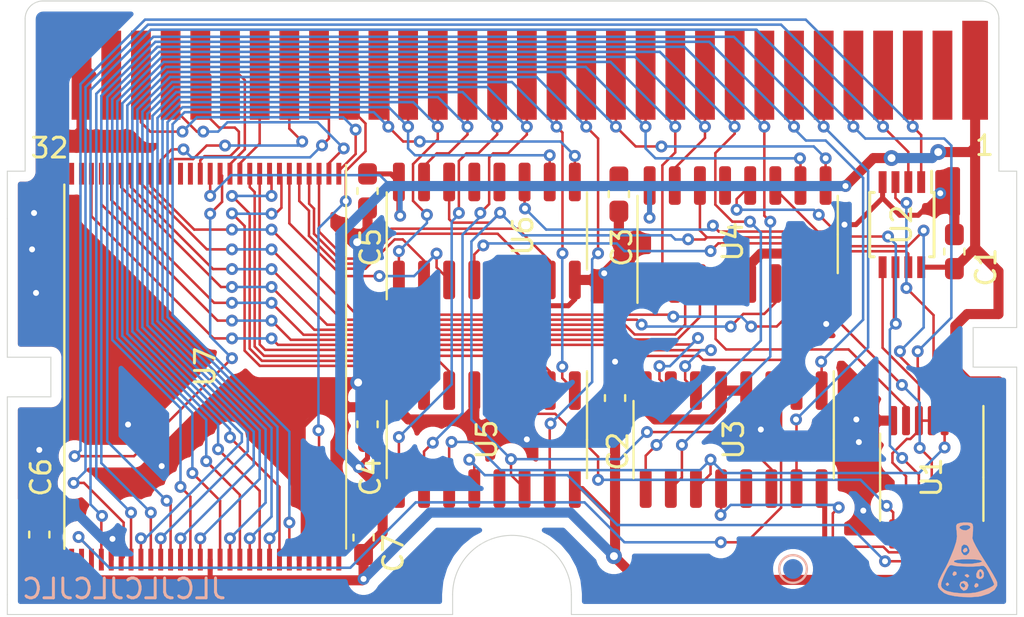
<source format=kicad_pcb>
(kicad_pcb (version 20211014) (generator pcbnew)

  (general
    (thickness 1)
  )

  (paper "User" 135.458 101.6)
  (layers
    (0 "F.Cu" signal)
    (31 "B.Cu" signal)
    (32 "B.Adhes" user "B.Adhesive")
    (33 "F.Adhes" user "F.Adhesive")
    (34 "B.Paste" user)
    (35 "F.Paste" user)
    (36 "B.SilkS" user "B.Silkscreen")
    (37 "F.SilkS" user "F.Silkscreen")
    (38 "B.Mask" user)
    (39 "F.Mask" user)
    (40 "Dwgs.User" user "User.Drawings")
    (41 "Cmts.User" user "User.Comments")
    (42 "Eco1.User" user "User.Eco1")
    (43 "Eco2.User" user "User.Eco2")
    (44 "Edge.Cuts" user)
    (45 "Margin" user)
    (46 "B.CrtYd" user "B.Courtyard")
    (47 "F.CrtYd" user "F.Courtyard")
    (48 "B.Fab" user)
    (49 "F.Fab" user)
  )

  (setup
    (pad_to_mask_clearance 0)
    (grid_origin 67.818 51.384)
    (pcbplotparams
      (layerselection 0x00010fc_ffffffff)
      (disableapertmacros false)
      (usegerberextensions true)
      (usegerberattributes true)
      (usegerberadvancedattributes true)
      (creategerberjobfile false)
      (svguseinch false)
      (svgprecision 6)
      (excludeedgelayer true)
      (plotframeref false)
      (viasonmask false)
      (mode 1)
      (useauxorigin false)
      (hpglpennumber 1)
      (hpglpenspeed 20)
      (hpglpendiameter 15.000000)
      (dxfpolygonmode true)
      (dxfimperialunits true)
      (dxfusepcbnewfont true)
      (psnegative false)
      (psa4output false)
      (plotreference true)
      (plotvalue false)
      (plotinvisibletext false)
      (sketchpadsonfab false)
      (subtractmaskfromsilk true)
      (outputformat 1)
      (mirror false)
      (drillshape 0)
      (scaleselection 1)
      (outputdirectory "fles-gerbers/")
    )
  )

  (net 0 "")
  (net 1 "GND")
  (net 2 "VCC")
  (net 3 "Net-(J1-Pad2)")
  (net 4 "/~{WR}")
  (net 5 "/~{RD}")
  (net 6 "/~{CS_ROM}")
  (net 7 "/AD0")
  (net 8 "/AD1")
  (net 9 "/AD2")
  (net 10 "/AD3")
  (net 11 "/AD4")
  (net 12 "/AD5")
  (net 13 "/AD6")
  (net 14 "/AD7")
  (net 15 "/AD8")
  (net 16 "/AD9")
  (net 17 "/AD10")
  (net 18 "/AD11")
  (net 19 "/AD12")
  (net 20 "/AD13")
  (net 21 "/AD14")
  (net 22 "/AD15")
  (net 23 "/A16")
  (net 24 "/A17")
  (net 25 "/A18")
  (net 26 "/A19")
  (net 27 "/A20")
  (net 28 "/A21")
  (net 29 "/A22")
  (net 30 "/A23")
  (net 31 "Net-(J1-Pad30)")
  (net 32 "Net-(U1-Pad12)")
  (net 33 "Net-(U3-Pad13)")
  (net 34 "/A3")
  (net 35 "/A2")
  (net 36 "/A0")
  (net 37 "/A1")
  (net 38 "Net-(U4-Pad13)")
  (net 39 "/A7")
  (net 40 "/A6")
  (net 41 "/A4")
  (net 42 "/A5")
  (net 43 "Net-(U5-Pad13)")
  (net 44 "/A11")
  (net 45 "/A10")
  (net 46 "/A8")
  (net 47 "/A9")
  (net 48 "Net-(U6-Pad13)")
  (net 49 "Net-(U6-Pad12)")
  (net 50 "/A15")
  (net 51 "/A14")
  (net 52 "/A12")
  (net 53 "/A13")
  (net 54 "Net-(U7-Pad17)")
  (net 55 "Net-(U7-Pad16)")
  (net 56 "/~{LD}")
  (net 57 "/CLK")
  (net 58 "/U6-~{EN}")
  (net 59 "/U5-~{EN}")
  (net 60 "/U4-~{EN}")
  (net 61 "/U5-MAX")
  (net 62 "/U4-MAX")
  (net 63 "/U3-MAX")

  (footprint "Capacitor_SMD:C_0603_1608Metric_Pad1.08x0.95mm_HandSolder" (layer "F.Cu") (at 73.025 40.4465 90))

  (footprint "Capacitor_SMD:C_0603_1608Metric_Pad1.08x0.95mm_HandSolder" (layer "F.Cu") (at 60.518 41.7715 90))

  (footprint "Capacitor_SMD:C_0603_1608Metric_Pad1.08x0.95mm_HandSolder" (layer "F.Cu") (at 60.518 29.984 -90))

  (footprint "Capacitor_SMD:C_0603_1608Metric_Pad1.08x0.95mm_HandSolder" (layer "F.Cu") (at 60.318 47.4965 -90))

  (footprint "fles:GameBoy_Cartridge_1x32_P1.50mm_Edge" (layer "F.Cu") (at 67.818 24.384 180))

  (footprint "Package_SO:SOIC-16_3.9x9.9mm_P1.27mm" (layer "F.Cu") (at 79.218 32.184 90))

  (footprint "Package_SO:SOIC-16_3.9x9.9mm_P1.27mm" (layer "F.Cu") (at 66.548 42.545 -90))

  (footprint "Package_SO:SOIC-16_3.9x9.9mm_P1.27mm" (layer "F.Cu") (at 66.548 32.004 90))

  (footprint "Package_SO:TSSOP-14_4.4x5mm_P0.65mm" (layer "F.Cu") (at 89.027 44.45 -90))

  (footprint "Capacitor_SMD:C_0603_1608Metric_Pad1.08x0.95mm_HandSolder" (layer "F.Cu") (at 43.934 47.3445 -90))

  (footprint "Capacitor_SMD:C_0603_1608Metric_Pad1.08x0.95mm_HandSolder" (layer "F.Cu") (at 90.17 33.0465 90))

  (footprint "Package_SO:SOIC-16_3.9x9.9mm_P1.27mm" (layer "F.Cu") (at 79.018 42.545 -90))

  (footprint "Capacitor_SMD:C_0603_1608Metric_Pad1.08x0.95mm_HandSolder" (layer "F.Cu") (at 73.218 30.1465 -90))

  (footprint "Package_SO:TSOP-I-56_18.4x14mm_P0.5mm" (layer "F.Cu") (at 52.318 38.862 -90))

  (footprint "Package_SO:TSSOP-8_3x3mm_P0.65mm" (layer "F.Cu") (at 87.518 31.684 -90))

  (footprint "fles:fles" (layer "B.Cu") (at 90.918 48.584 180))

  (footprint "TestPoint:TestPoint_Pad_D1.0mm" (layer "B.Cu") (at 82.018 49.084))

  (gr_line (start 70.818 51.384) (end 93.318 51.384) (layer "Edge.Cuts") (width 0.05) (tstamp 00000000-0000-0000-0000-00006115f96a))
  (gr_line (start 93.318 38.884) (end 93.318 51.384) (layer "Edge.Cuts") (width 0.05) (tstamp 00000000-0000-0000-0000-00006117544e))
  (gr_line (start 42.318 40.384) (end 42.318 50.384) (layer "Edge.Cuts") (width 0.05) (tstamp 00000000-0000-0000-0000-000061177108))
  (gr_line (start 93.318 28.984) (end 93.318 36.884) (layer "Edge.Cuts") (width 0.05) (tstamp 12723715-19cc-40fb-a811-9a418b3bce90))
  (gr_line (start 70.818 50.384) (end 70.818 51.384) (layer "Edge.Cuts") (width 0.05) (tstamp 19c583ff-56da-4bf8-ba3f-a8249d630bb3))
  (gr_line (start 91.118 36.884) (end 91.118 38.884) (layer "Edge.Cuts") (width 0.05) (tstamp 1a08e81c-e844-4168-b204-1eaa768cc613))
  (gr_line (start 42.318 31.384) (end 42.318 28.984) (layer "Edge.Cuts") (width 0.05) (tstamp 2479a1f0-d2ba-4cf0-bc5d-8ca8bbd56ca3))
  (gr_line (start 44.518 38.384) (end 42.318 38.384) (layer "Edge.Cuts") (width 0.05) (tstamp 2653b044-18f1-4592-a619-ac506882a48e))
  (gr_line (start 42.318 28.984) (end 43.218 28.984) (layer "Edge.Cuts") (width 0.05) (tstamp 34104434-500d-40e3-afd4-96ea5b05e0a3))
  (gr_line (start 44.118 20.384) (end 91.518 20.384) (layer "Edge.Cuts") (width 0.05) (tstamp 41702917-90e1-4caa-a29b-329dddd66d50))
  (gr_line (start 44.518 40.384) (end 44.518 38.384) (layer "Edge.Cuts") (width 0.05) (tstamp 68c5f143-fbea-4412-8c3d-af80a82f2d14))
  (gr_arc (start 64.818 50.384) (mid 67.818 47.384) (end 70.818 50.384) (layer "Edge.Cuts") (width 0.05) (tstamp 7f7275ce-b18e-4181-a554-a7d9aa753e22))
  (gr_line (start 91.118 38.884) (end 93.318 38.884) (layer "Edge.Cuts") (width 0.05) (tstamp 87c0099c-813b-4a01-be99-1e6bff4487a5))
  (gr_line (start 64.818 50.384) (end 64.818 51.384) (layer "Edge.Cuts") (width 0.05) (tstamp b5cb7233-32aa-4fab-b96b-4198d94c54fb))
  (gr_line (start 93.318 36.884) (end 91.118 36.884) (layer "Edge.Cuts") (width 0.05) (tstamp bf3b2407-e81f-4065-95aa-127d184999e1))
  (gr_line (start 42.318 31.384) (end 42.318 38.384) (layer "Edge.Cuts") (width 0.05) (tstamp bfcb2f8e-c419-4690-8a24-c711ca5c5b0b))
  (gr_line (start 42.318 51.384) (end 64.818 51.384) (layer "Edge.Cuts") (width 0.05) (tstamp c3c34a78-e61f-4c8d-a16b-40f5180a2c08))
  (gr_line (start 92.418 28.984) (end 93.318 28.984) (layer "Edge.Cuts") (width 0.05) (tstamp d098a6b7-a408-4b8b-9112-00e8bc93fbf0))
  (gr_line (start 42.318 50.384) (end 42.318 51.384) (layer "Edge.Cuts") (width 0.05) (tstamp d3972076-0ac4-4a15-87dd-7772e70492c2))
  (gr_line (start 42.318 40.384) (end 44.518 40.384) (layer "Edge.Cuts") (width 0.05) (tstamp d47dd75a-b264-4ee9-8948-7c5e564a1571))
  (gr_arc (start 91.518 20.384) (mid 92.154396 20.647604) (end 92.418 21.284) (layer "Edge.Cuts") (width 0.05) (tstamp df0638da-b1eb-4c4f-8ec8-ded86e88abb4))
  (gr_line (start 43.218 28.984) (end 43.218 21.284) (layer "Edge.Cuts") (width 0.05) (tstamp e121c7f9-ee10-4421-8d59-fabb0da94bba))
  (gr_line (start 92.418 28.984) (end 92.418 21.284) (layer "Edge.Cuts") (width 0.05) (tstamp f847915b-6530-43b1-8ff1-0c5f5ef9f4eb))
  (gr_arc (start 43.218 21.284) (mid 43.481604 20.647604) (end 44.118 20.384) (layer "Edge.Cuts") (width 0.05) (tstamp fd605ffa-dbf5-4afe-adcd-2fc6779fafdd))
  (gr_text "JLCJLCJLCJLC" (at 48.218 50.084) (layer "B.SilkS") (tstamp 5998d16d-02f1-49f6-9495-6fbe9fbecac0)
    (effects (font (size 1 1) (thickness 0.15)) (justify mirror))
  )

  (segment (start 43.934 43.068) (end 43.934 42.145422) (width 0.508) (layer "F.Cu") (net 1) (tstamp 00000000-0000-0000-0000-0000611778b4))
  (segment (start 43.934 42.145422) (end 45.49701 40.582412) (width 0.508) (layer "F.Cu") (net 1) (tstamp 0b913b47-119d-4bd7-9579-97d6a7662a09))
  (segment (start 65.913 41.045) (end 65.913 40.07) (width 0.508) (layer "F.Cu") (net 1) (tstamp 0f8760ee-a04a-4440-8aaf-e0a946b964d0))
  (segment (start 88.342489 31.211001) (end 89.45449 30.099) (width 0.254) (layer "F.Cu") (net 1) (tstamp 11b3d0df-5c86-4f6a-a80c-648395c19b6a))
  (segment (start 86.543 29.534) (end 86.543 30.338) (width 0.254) (layer "F.Cu") (net 1) (tstamp 14d3df30-05eb-4c0b-ae4c-da4663bf9d78))
  (segment (start 83.126 33.147) (end 80.39 33.147) (width 0.508) (layer "F.Cu") (net 1) (tstamp 182b2690-3e4f-4cde-9154-d07ee389b150))
  (segment (start 79.653 40.07) (end 79.653 41.299) (width 0.508) (layer "F.Cu") (net 1) (tstamp 1bee5269-76f2-4798-8d77-ee012cb9a11d))
  (segment (start 74.074663 39.571663) (end 74.573 40.07) (width 0.508) (layer "F.Cu") (net 1) (tstamp 1eecb5d0-8457-4916-9c97-f0b6d18b7044))
  (segment (start 57.068 47.73128) (end 57.268 47.53128) (width 0.254) (layer "F.Cu") (net 1) (tstamp 21541dbb-61a7-4a4b-8972-66602f20f83e))
  (segment (start 84.618 31.684) (end 85.197 31.684) (width 0.254) (layer "F.Cu") (net 1) (tstamp 2291f4ac-a108-41b0-a882-aa524562bce0))
  (segment (start 62.587 41.529) (end 65.429 41.529) (width 0.508) (layer "F.Cu") (net 1) (tstamp 24cbb8ad-9dc1-4a64-9033-8dd9e2c21f2f))
  (segment (start 85.197 31.684) (end 86.543 30.338) (width 0.254) (layer "F.Cu") (net 1) (tstamp 3201bbcc-854f-43bc-81c0-b08c8b35e3a2))
  (segment (start 65.429 41.529) (end 65.913 41.045) (width 0.508) (layer "F.Cu") (net 1) (tstamp 33f70923-9abe-4c7e-9b68-c544877e7ab2))
  (segment (start 83.663 34.659) (end 83.663 33.684) (width 0.508) (layer "F.Cu") (net 1) (tstamp 36037436-07bb-4f42-89c6-6914a15d9028))
  (segment (start 78.383 41.045) (end 77.899 41.529) (width 0.508) (layer "F.Cu") (net 1) (tstamp 389a2f9e-56f1-4152-9355-906b582fe245))
  (segment (start 70.66599 35.78101) (end 68.105414 35.78101) (width 0.254) (layer "F.Cu") (net 1) (tstamp 3ad67524-7d44-4e7f-940e-8e2a70abb64f))
  (segment (start 44.918 29.846) (end 43.668 31.096) (width 0.508) (layer "F.Cu") (net 1) (tstamp 3e3cb39e-700f-4b5b-aca7-2e0727ed9173))
  (segment (start 68.105414 35.78101) (end 67.183 34.858596) (width 0.254) (layer "F.Cu") (net 1) (tstamp 409cbcfe-842c-45c6-ba80-3383dc281400))
  (segment (start 47.568 48.612) (end 47.568 47.625006) (width 0.254) (layer "F.Cu") (net 1) (tstamp 41543697-a400-4586-b256-6d22e113e21e))
  (segment (start 83.693 36.703) (end 83.693 34.689) (width 0.508) (layer "F.Cu") (net 1) (tstamp 447433a4-97a4-4284-a3d3-0d26e73fc6a4))
  (segment (start 44.086 46.634) (end 43.934 46.482) (width 0.508) (layer "F.Cu") (net 1) (tstamp 45aa701a-79a6-4c63-b8ff-e30676f425bf))
  (segment (start 78.383 40.07) (end 78.383 41.045) (width 0.508) (layer "F.Cu") (net 1) (tstamp 4735e8df-6a64-4ff1-a90a-5913b111458a))
  (segment (start 62.103 40.07) (end 62.103 41.045) (width 0.508) (layer "F.Cu") (net 1) (tstamp 48137f9e-3261-4c84-88c8-4d83ead15341))
  (segment (start 72.818 39.584) (end 72.830337 39.571663) (width 0.508) (layer "F.Cu") (net 1) (tstamp 4a723f62-fc11-4227-bbff-87b58d9180f5))
  (segment (start 43.768 33.134) (end 43.568 32.934) (width 0.508) (layer "F.Cu") (net 1) (tstamp 4d61cadd-bf09-4e7e-911d-5b91e494dabb))
  (segment (start 87.416001 31.211001) (end 88.342489 31.211001) (width 0.254) (layer "F.Cu") (net 1) (tstamp 4d67fe55-f6c4-4116-802c-12224fc20d57))
  (segment (start 57.068 48.612) (end 57.068 47.73128) (width 0.254) (layer "F.Cu") (net 1) (tstamp 4eeda6c4-ad57-463b-aea5-ec3c1d55fd9e))
  (segment (start 83.693 34.689) (end 83.663 34.659) (width 0.508) (layer "F.Cu") (net 1) (tstamp 4f0be487-98f7-4622-b9e6-8bce3b837525))
  (segment (start 79.653 40.07) (end 78.383 40.07) (width 0.508) (layer "F.Cu") (net 1) (tstamp 5a5cd9eb-f89f-4992-9bad-50b3977450ca))
  (segment (start 83.663 33.684) (end 83.126 33.147) (width 0.508) (layer "F.Cu") (net 1) (tstamp 6f6045a0-b1b0-4479-a5a9-835c10aadaa5))
  (segment (start 77.899 41.529) (end 75.057 41.529) (width 0.508) (layer "F.Cu") (net 1) (tstamp 71d203ae-8009-4a16-b4b8-0e8ba522953e))
  (segment (start 70.993 35.454) (end 70.66599 35.78101) (width 0.254) (layer "F.Cu") (net 1) (tstamp 7613faff-1586-49ed-97ef-966a910581aa))
  (segment (start 73.218 33.399924) (end 72.138924 34.479) (width 0.508) (layer "F.Cu") (net 1) (tstamp 7af3f745-13c7-4cfc-86f4-77967b2abdc6))
  (segment (start 87.0185 41.529) (end 87.077 41.5875) (width 0.254) (layer "F.Cu") (net 1) (tstamp 7c39dfeb-5d7b-45a5-85f2-82aa9a33ce55))
  (segment (start 90.17 32.184) (end 90.17 30.81451) (width 0.254) (layer "F.Cu") (net 1) (tstamp 7f669b1c-4d81-4cec-861b-266a0f7f58fa))
  (segment (start 60.518 39.659) (end 61.692 39.659) (width 0.508) (layer "F.Cu") (net 1) (tstamp 8228e397-3df0-462b-97aa-fbc5b1de71f5))
  (segment (start 44.918 23.884) (end 44.918 29.846) (width 0.508) (layer "F.Cu") (net 1) (tstamp 8b5d89dd-beb0-45e1-87a2-300e9234e9b2))
  (segment (start 62.103 41.045) (end 62.587 41.529) (width 0.508) (layer "F.Cu") (net 1) (tstamp 8e0a1b64-8967-40ac-a0cc-b2f64333e8c9))
  (segment (start 79.853 33.684) (end 79.853 34.659) (width 0.508) (layer "F.Cu") (net 1) (tstamp 9376e789-779c-48db-9ea3-18da92c258c6))
  (segment (start 72.830337 39.571663) (end 74.074663 39.571663) (width 0.508) (layer "F.Cu") (net 1) (tstamp 94eeb9cb-1450-4743-b3ed-e05cf28f534c))
  (segment (start 60.042976 39.659) (end 60.042976 40.433976) (width 0.254) (layer "F.Cu") (net 1) (tstamp 9a5d5ae0-f283-4cd5-b883-1cd8b4fa2180))
  (segment (start 86.543 30.338) (end 87.416001 31.211001) (width 0.254) (layer "F.Cu") (net 1) (tstamp a69c0094-48f1-48e1-8f5b-0e6b8360a0ec))
  (segment (start 90.17 30.81451) (end 89.45449 30.099) (width 0.254) (layer "F.Cu") (net 1) (tstamp b1af4f27-ccac-4752-8154-a95c1e41981b))
  (segment (start 57.268 47.53128) (end 57.268 41.868291) (width 0.254) (layer "F.Cu") (net 1) (tstamp b3df81fe-a6ee-40ab-bdb5-a910d4a1ce87))
  (segment (start 67.183 34.858596) (end 67.183 34.479) (width 0.254) (layer "F.Cu") (net 1) (tstamp b44cbaa0-336d-437a-a237-05615f2135a6))
  (segment (start 60.518 30.8465) (end 60.518 32.045654) (width 0.508) (layer "F.Cu") (net 1) (tstamp b5794824-a798-4cbd-b3d7-ddbfefee5416))
  (segment (start 61.692 39.659) (end 62.103 40.07) (width 0.508) (layer "F.Cu") (net 1) (tstamp be2746a1-05c6-4db4-a8b9-09f025b49be3))
  (segment (start 74.573 41.045) (end 74.573 40.07) (width 0.508) (layer "F.Cu") (net 1) (tstamp c12fb2b2-f5cf-499a-9aa0-4fdcffa5c4f4))
  (segment (start 57.068 47.73128) (end 57.068001 47.731279) (width 0.254) (layer "F.Cu") (net 1) (tstamp c23cea05-bac8-4f35-9863-53fbeb714baa))
  (segment (start 59.477291 39.659) (end 60.042976 39.659) (width 0.254) (layer "F.Cu") (net 1) (tstamp c29e0d55-7158-49f6-84f7-acee0a1efd42))
  (segment (start 73.218 31.009) (end 73.218 33.399924) (width 0.508) (layer "F.Cu") (net 1) (tstamp c2bf380f-4d03-427a-b491-129cf07e39d4))
  (segment (start 73.025 39.584) (end 73.025 38.608) (width 0.508) (layer "F.Cu") (net 1) (tstamp c3eb1c41-d347-4f5f-b205-9e839f9c4c34))
  (segment (start 45.49701 40.582412) (end 45.49701 36.863006) (width 0.508) (layer "F.Cu") (net 1) (tstamp c5f842f2-792e-47f7-b90b-a3c494453f1e))
  (segment (start 57.268 41.868291) (end 59.477291 39.659) (width 0.254) (layer "F.Cu") (net 1) (tstamp c6d8e24e-4c20-4275-a5a2-e07ecc0c3952))
  (segment (start 43.568 32.934) (end 43.568 31.196) (width 0.508) (layer "F.Cu") (net 1) (tstamp c7ab767f-c199-46a1-be27-75d4d5401c36))
  (segment (start 43.568 31.196) (end 43.668 31.096) (width 0.508) (layer "F.Cu") (net 1) (tstamp cad26458-7ad7-4771-96c1-8c832b6c2d2f))
  (segment (start 80.39 33.147) (end 79.853 33.684) (width 0.508) (layer "F.Cu") (net 1) (tstamp cc6f8243-db47-4306-9b05-2879f3231c4e))
  (segment (start 45.49701 36.863006) (end 43.768 35.133996) (width 0.508) (layer "F.Cu") (net 1) (tstamp d1a70e68-8b21-409c-838d-e73909cd203d))
  (segment (start 43.768 35.133996) (end 43.768 33.134) (width 0.508) (layer "F.Cu") (net 1) (tstamp d1c4212c-1925-4e17-8dc0-5d4921b8a38e))
  (segment (start 72.138924 34.479) (end 70.993 34.479) (width 0.508) (layer "F.Cu") (net 1) (tstamp d4726904-a37f-45b5-be3c-4716b0f7031b))
  (segment (start 85.217 41.529) (end 87.0185 41.529) (width 0.254) (layer "F.Cu") (net 1) (tstamp dc480d07-76d6-4eae-9ee5-31b11fdc9531))
  (segment (start 75.057 41.529) (end 74.573 41.045) (width 0.508) (layer "F.Cu") (net 1) (tstamp dd1f00b1-a4b5-49d6-adcf-e62fb99c8bb5))
  (segment (start 79.653 41.299) (end 80.391 42.037) (width 0.508) (layer "F.Cu") (net 1) (tstamp de4752ab-ac8c-4dae-8b95-2deb171e673d))
  (segment (start 60.042976 40.433976) (end 60.518 40.909) (width 0.254) (layer "F.Cu") (net 1) (tstamp e70f0f3f-050c-47c5-b6ab-f9e623c2c4b9))
  (segment (start 46.318 23.884) (end 46.568 24.134) (width 0.508) (layer "F.Cu") (net 1) (tstamp e91b5467-0111-49c7-9caa-902013989269))
  (segment (start 60.518 32.045654) (end 59.993827 32.569827) (width 0.508) (layer "F.Cu") (net 1) (tstamp eb113ac3-0aa0-4f76-b991-c08ec1eb6a0f))
  (segment (start 44.918 23.884) (end 46.318 23.884) (width 0.508) (layer "F.Cu") (net 1) (tstamp f2f9a9ee-0aab-407e-9c2f-f4759e4cf733))
  (segment (start 43.934 46.482) (end 43.934 43.068) (width 0.508) (layer "F.Cu") (net 1) (tstamp f83075bb-0c24-41e2-b395-622db0d82438))
  (segment (start 70.993 34.479) (end 70.993 35.454) (width 0.254) (layer "F.Cu") (net 1) (tstamp f85b83f2-f46c-44f3-9374-62b318d6fd49))
  (segment (start 61.018 39.659) (end 60.042976 39.659) (width 0.508) (layer "F.Cu") (net 1) (tstamp fb1eee94-2d70-40a8-bb46-04e5d06cf8c2))
  (segment (start 47.568 47.625006) (end 47.63151 47.561496) (width 0.254) (layer "F.Cu") (net 1) (tstamp fef3fee9-4d27-445b-9165-1902a3ee83c9))
  (via (at 50.118 43.884) (size 0.6) (drill 0.3) (layers "F.Cu" "B.Cu") (net 1) (tstamp 0bf32ea4-bef8-4423-8907-178c9c00268c))
  (via (at 59.993827 32.569827) (size 0.8) (drill 0.4) (layers "F.Cu" "B.Cu") (net 1) (tstamp 2b0bc93a-92bc-459e-95f9-631ffcdedc8c))
  (via (at 48.418 41.784) (size 0.6) (drill 0.3) (layers "F.Cu" "B.Cu") (net 1) (tstamp 5db54eac-f05b-48b9-a4c7-23eddcd0137d))
  (via (at 89.45449 30.099) (size 0.6) (drill 0.3) (layers "F.Cu" "B.Cu") (net 1) (tstamp 87dfbcf5-ff0e-4dff-88a0-bca81e19014e))
  (via (at 85.344 42.672) (size 0.6) (drill 0.3) (layers "F.Cu" "B.Cu") (net 1) (tstamp a4f4b8d3-eb59-407f-9140-ff08aca404e3))
  (via (at 85.568 46.134) (size 0.6) (drill 0.3) (layers "F.Cu" "B.Cu") (net 1) (tstamp a805e992-813b-4913-881a-37f473d6e9b7))
  (via (at 43.568 32.934) (size 0.6) (drill 0.3) (layers "F.Cu" "B.Cu") (net 1) (tstamp aaf14cfe-a936-4d0d-ab47-0e097683f321))
  (via (at 83.693 36.703) (size 0.6) (drill 0.3) (layers "F.Cu" "B.Cu") (net 1) (tstamp ab1a6773-3bd6-46ea-bc58-7eb84eb7f6b1))
  (via (at 85.217 41.529) (size 0.6) (drill 0.3) (layers "F.Cu" "B.Cu") (net 1) (tstamp ac07ab62-a95b-4b3e-bece-da8e18f27b61))
  (via (at 72.475962 34.141962) (size 0.6) (drill 0.3) (layers "F.Cu" "B.Cu") (net 1) (tstamp adef06bc-569f-4057-a3fe-e9d7b674bd65))
  (via (at 43.934 43.068) (size 0.6) (drill 0.3) (layers "F.Cu" "B.Cu") (net 1) (tstamp b1702535-f0ab-488b-a3b9-6356aebfa106))
  (via (at 47.63151 47.561496) (size 0.6) (drill 0.3) (layers "F.Cu" "B.Cu") (net 1) (tstamp b60e1ff2-3ad2-4d3d-9f54-94be8583e9b4))
  (via (at 43.668 31.096) (size 0.6) (drill 0.3) (layers "F.Cu" "B.Cu") (net 1) (tstamp c052b279-b563-4211-954c-6e30a369b1b2))
  (via (at 84.618 31.684) (size 0.6) (drill 0.3) (layers "F.Cu" "B.Cu") (net 1) (tstamp c3f2958e-83ee-400c-b932-5d56d7eb496d))
  (via (at 68.568 42.534) (size 0.6) (drill 0.3) (layers "F.Cu" "B.Cu") (net 1) (tstamp d957deb9-aaba-4f2e-a066-db95d34b02c9))
  (via (at 43.768 35.133996) (size 0.6) (drill 0.3) (layers "F.Cu" "B.Cu") (net 1) (tstamp e1931c74-5b9e-48c3-982a-fae7ae6d14db))
  (via (at 80.391 42.037) (size 0.6) (drill 0.3) (layers "F.Cu" "B.Cu") (net 1) (tstamp e2b49227-067c-42d6-985a-ef1cd13dfc60))
  (via (at 73.025 38.608) (size 0.6) (drill 0.3) (layers "F.Cu" "B.Cu") (net 1) (tstamp eb2a89bf-5439-4a55-8617-ddbdc245b7b4))
  (via (at 60.042976 39.659) (size 0.8) (drill 0.4) (layers "F.Cu" "B.Cu") (net 1) (tstamp f6bfd7e2-64dc-48c4-9c2a-2c9bf988df78))
  (segment (start 47.128259 47.561496) (end 43.934 44.367237) (width 0.508) (layer "B.Cu") (net 1) (tstamp 049eeab0-bce8-4c31-86c6-4bbb6496299d))
  (segment (start 80.391 40.005) (end 80.391 42.037) (width 0.508) (layer "B.Cu") (net 1) (tstamp 0deb505c-d934-4ab0-8cee-729ea7d5b5cd))
  (segment (start 83.693 36.703) (end 80.391 40.005) (width 0.508) (layer "B.Cu") (net 1) (tstamp 10dc647e-dc98-47ed-bfe7-fef7135e664b))
  (segment (start 80.690999 42.336999) (end 80.391 42.037) (width 0.508) (layer "B.Cu") (net 1) (tstamp 13004f64-6c48-477f-b565-3975cf63f9b2))
  (segment (start 60.042976 32.618976) (end 59.993827 32.569827) (width 0.508) (layer "B.Cu") (net 1) (tstamp 158416f4-bc36-420d-b1c8-43ed7ac103af))
  (segment (start 73.025 34.691) (end 72.475962 34.141962) (width 0.508) (layer "B.Cu") (net 1) (tstamp 2f7bc37c-2d88-4287-a760-95790cfac5b4))
  (segment (start 84.409001 42.336999) (end 80.690999 42.336999) (width 0.508) (layer "B.Cu") (net 1) (tstamp 390d7a34-c7dc-4255-8797-61b04061bc7f))
  (segment (start 48.418 42.184) (end 50.118 43.884) (width 0.508) (layer "B.Cu") (net 1) (tstamp 868fe05f-4824-49a5-8c79-b3aab8901563))
  (segment (start 85.217 41.529) (end 84.409001 42.336999) (width 0.508) (layer "B.Cu") (net 1) (tstamp a44227af-7fbc-4d62-a292-7e5b46efb87b))
  (segment (start 48.418 41.784) (end 48.418 42.184) (width 0.508) (layer "B.Cu") (net 1) (tstamp ad0a9777-9920-4251-8a75-68932fc45e7f))
  (segment (start 47.63151 47.561496) (end 47.128259 47.561496) (width 0.508) (layer "B.Cu") (net 1) (tstamp cb95e067-b96e-4b3a-ad78-3084302c1312))
  (segment (start 60.042976 39.659) (end 60.042976 32.618976) (width 0.508) (layer "B.Cu") (net 1) (tstamp cea966c0-d82b-45e6-b6e4-1fdda53ad08c))
  (segment (start 73.025 38.608) (end 73.025 34.691) (width 0.508) (layer "B.Cu") (net 1) (tstamp e3745719-2394-4aa8-ba07-a0e1f3418272))
  (segment (start 43.934 44.367237) (end 43.934 43.068) (width 0.508) (layer "B.Cu") (net 1) (tstamp f3044ffa-7e40-4366-a600-aae7350a8fc5))
  (segment (start 90.859567 39.602989) (end 90.218 38.961422) (width 0.508) (layer "F.Cu") (net 2) (tstamp 018c7179-c341-4636-9841-8796e9f0682d))
  (segment (start 90.977 47.3125) (end 91.948 46.3415) (width 0.254) (layer "F.Cu") (net 2) (tstamp 0ec0acf1-0c19-4540-bcb4-d2c4fa104a24))
  (segment (start 90.821589 36.202989) (end 92.399011 36.202989) (width 0.508) (layer "F.Cu") (net 2) (tstamp 19600f86-9b80-4dee-920c-6469e65e11ba))
  (segment (start 74.773 29.709) (end 73.643 29.709) (width 0.254) (layer "F.Cu") (net 2) (tstamp 1d67dad7-482f-4826-bcb4-f897176bbb37))
  (segment (start 90.218 38.961422) (end 90.218 36.806578) (width 0.508) (layer "F.Cu") (net 2) (tstamp 201d5f9b-39fd-4e8a-897c-fa3a266021b9))
  (segment (start 73.025 46.677) (end 73.025 48.377004) (width 0.508) (layer "F.Cu") (net 2) (tstamp 22989514-a770-45d9-ac65-1d7bcc6a89c5))
  (segment (start 60.318 49.5845) (end 60.31699 49.58551) (width 0.508) (layer "F.Cu") (net 2) (tstamp 267cd35b-6854-4c5d-bcc2-9d272e3db3a0))
  (segment (start 83.618 45.175) (end 83.463 45.02) (width 0.254) (layer "F.Cu") (net 2) (tstamp 30cee075-aa1d-495e-84dc-c301d9666ce0))
  (segment (start 74.768 31.334) (end 74.768 29.714) (width 0.254) (layer "F.Cu") (net 2) (tstamp 352484bc-4abe-4111-b7ad-8b7f551e13d9))
  (segment (start 92.399011 34.042011) (end 91.218 32.861) (width 0.508) (layer "F.Cu") (net 2) (tstamp 357a2454-d135-41f8-919c-81970d6816af))
  (segment (start 43.934 48.207) (end 44.339 48.612) (width 0.254) (layer "F.Cu") (net 2) (tstamp 3d2172dc-1062-487f-9874-67921662501f))
  (segment (start 74.768 29.714) (end 74.773 29.709) (width 0.254) (layer "F.Cu") (net 2) (tstamp 41e80c78-91b9-4c49-9b9c-5c44b348a004))
  (segment (start 61.281 47.244) (end 61.281 45.147) (width 0.508) (layer "F.Cu") (net 2) (tstamp 441259a3-8e08-4168-9a0d-e14784086361))
  (segment (start 43.934 49.53) (end 43.934 48.207) (width 0.508) (layer "F.Cu") (net 2) (tstamp 446b4f06-36b2-4ab9-a4cf-5fe6b58b679f))
  (segment (start 43.934 49.53) (end 44.061 49.657) (width 0.508) (layer "F.Cu") (net 2) (tstamp 4663a8de-4147-4591-bec8-2d8a13e87b15))
  (segment (start 52.568 48.612) (end 52.568 49.655) (width 0.254) (layer "F.Cu") (net 2) (tstamp 5112085c-4036-4edc-b379-80d54df17168))
  (segment (start 91.948 48.504) (end 90.818002 49.633998) (width 0.508) (layer "F.Cu") (net 2) (tstamp 52dd93f5-cb79-434b-8e0f-f48f1948d9bd))
  (segment (start 91.218 32.861) (end 90.17 33.909) (width 0.508) (layer "F.Cu") (net 2) (tstamp 5380cf4a-e2a7-48fe-8e54-a9610c3b293f))
  (segment (start 60.518 43.484) (end 60.068 43.934) (width 0.254) (layer "F.Cu") (net 2) (tstamp 54d66fc0-406e-4fef-9407-e04c3072057b))
  (segment (start 70.993 45.02) (end 71.368 45.02) (width 0.254) (layer "F.Cu") (net 2) (tstamp 60a93f12-3c1d-4d86-9f0e-ec4f48fdae4e))
  (segment (start 60.318 48.207) (end 61.281 47.244) (width 0.508) (layer "F.Cu") (net 2) (tstamp 71739dbf-1271-485a-85fb-4f7720ebd33f))
  (segment (start 91.218 23.884) (end 91.218 27.781) (width 0.508) (layer "F.Cu") (net 2) (tstamp 72e4c155-ecd6-4264-9835-9ba002a01582))
  (segment (start 52.568 49.655) (end 60.2475 49.655) (width 0.508) (layer "F.Cu") (net 2) (tstamp 75d3994d-9922-403a-9262-674408410488))
  (segment (start 74.167994 49.633998) (end 72.968 48.434004) (width 0.508) (layer "F.Cu") (net 2) (tstamp 76078459-c474-457a-837c-e7c1b008fbfc))
  (segment (start 61.281 45.147) (end 60.068 43.934) (width 0.508) (layer "F.Cu") (net 2) (tstamp 7d3e005b-8deb-40c9-9cd2-349565043a4f))
  (segment (start 44.339 48.612) (end 45.568 48.612) (width 0.254) (layer "F.Cu") (net 2) (tstamp 866b2412-edd8-4d45-8f54-016d2cb01582))
  (segment (start 62.103 29.529) (end 62.103 31.169) (width 0.254) (layer "F.Cu") (net 2) (tstamp 879f3d4d-27f9-4431-9d23-17932b6a71fc))
  (segment (start 83.719053 49.485053) (end 83.618 49.384) (width 0.254) (layer "F.Cu") (net 2) (tstamp 8a0929ef-d5c2-43c3-8e49-df7ae184b54e))
  (segment (start 86.081 28.321) (end 84.667995 29.734005) (width 0.508) (layer "F.Cu") (net 2) (tstamp 97d98e9c-25da-437e-94b2-17e6a215d6f2))
  (segment (start 73.643 29.709) (end 73.218 29.284) (width 0.254) (layer "F.Cu") (net 2) (tstamp 9c6ac64e-6598-4af8-90bb-fa865d20d7ef))
  (segment (start 90.981966 28.017034) (end 89.35449 28.017034) (width 0.508) (layer "F.Cu") (net 2) (tstamp 9d587faa-a187-483a-9b9d-04426a87fac9))
  (segment (start 62.103 31.169) (end 62.168 31.234) (width 0.254) (layer "F.Cu") (net 2) (tstamp 9d821155-bf4f-43d0-8d30-0c8488893409))
  (segment (start 92.399011 39.602989) (end 90.859567 39.602989) (width 0.508) (layer "F.Cu") (net 2) (tstamp 9f1ffa53-f706-4e4f-b127-3d974716de3c))
  (segment (start 73.025 48.377004) (end 72.968 48.434004) (width 0.508) (layer "F.Cu") (net 2) (tstamp a1d8e75b-6993-44ac-83af-38c96e2bb254))
  (segment (start 60.2475 49.655) (end 60.31699 49.58551) (width 0.508) (layer "F.Cu") (net 2) (tstamp aa06c1e6-df16-472f-ae73-820203b620ce))
  (segment (start 91.218 27.781) (end 91.218 32.861) (width 0.508) (layer "F.Cu") (net 2) (tstamp b692cd64-7ad9-40bd-b54e-ed38a37efe65))
  (segment (start 60.518 42.634) (end 60.518 43.484) (width 0.254) (layer "F.Cu") (net 2) (tstamp b69954be-3358-4be9-b1b4-22be091171b3))
  (segment (start 90.818002 49.633998) (end 74.167994 49.633998) (width 0.508) (layer "F.Cu") (net 2) (tstamp bd301a48-dc3c-4f61-89e0-c77dc11e1d95))
  (segment (start 60.318 48.8965) (end 60.318 48.359) (width 0.508) (layer "F.Cu") (net 2) (tstamp bdeb0b17-3221-47f4-9789-78b66a935015))
  (segment (start 92.399011 45.890489) (end 92.399011 39.602989) (width 0.508) (layer "F.Cu") (net 2) (tstamp c3845f9b-518c-4adc-88be-7cd05c6e04f2))
  (segment (start 91.218 27.781) (end 90.981966 28.017034) (width 0.508) (layer "F.Cu") (net 2) (tstamp c7306656-4325-4b51-ad0c-446a9888305e))
  (segment (start 44.061 49.657) (end 52.57 49.657) (width 0.508) (layer "F.Cu") (net 2) (tstamp c7b214d6-6259-403d-8bf3-1bb0ed6e1854))
  (segment (start 73.025 41.309) (end 73.025 46.677) (width 0.508) (layer "F.Cu") (net 2) (tstamp cc9cdc14-2ce3-4b9b-9046-7d0c81d962fa))
  (segment (start 83.618 49.384) (end 83.618 45.175) (width 0.254) (layer "F.Cu") (net 2) (tstamp d0fd78a2-e9e9-41d6-8d52-1eaeef4cb16a))
  (segment (start 61.6955 29.1215) (end 62.103 29.529) (width 0.254) (layer "F.Cu") (net 2) (tstamp d334b973-0ea7-4e30-a8cd-98c934475c2d))
  (segment (start 91.948 46.3415) (end 91.948 48.504) (width 0.508) (layer "F.Cu") (net 2) (tstamp d76def16-565b-4a0e-9ce2-8998a4063371))
  (segment (start 52.568 49.655) (end 52.57 49.657) (width 0.508) (layer "F.Cu") (net 2) (tstamp d8d74f79-ef98-4d16-b74b-cedcafaee2c6))
  (segment (start 90.218 36.806578) (end 90.821589 36.202989) (width 0.508) (layer "F.Cu") (net 2) (tstamp dbb0e225-5dcc-4567-9ae5-4d26cc36cc4c))
  (segment (start 71.368 45.02) (end 73.025 46.677) (width 0.254) (layer "F.Cu") (net 2) (tstamp e2e2d646-3b47-4f8e-b2d8-449802c02823))
  (segment (start 60.518 29.1215) (end 61.6955 29.1215) (width 0.254) (layer "F.Cu") (net 2) (tstamp e2eb0443-c3eb-410c-a613-da3bbf0331fe))
  (segment (start 52.568 29.112) (end 52.568 30.234) (width 0.127) (layer "F.Cu") (net 2) (tstamp e4acd93c-c9f1-4124-9458-38937b2a3018))
  (segment (start 60.318 48.359) (end 60.318 49.5845) (width 0.508) (layer "F.Cu") (net 2) (tstamp e50a5ff7-5999-4f83-a195-c14287748145))
  (segment (start 88.493 33.834) (end 90.0055 33.834) (width 0.254) (layer "F.Cu") (net 2) (tstamp e669a752-f9db-4097-92ad-2916c2866423))
  (segment (start 90.0055 33.834) (end 90.018 33.8465) (width 0.508) (layer "F.Cu") (net 2) (tstamp f2271fd4-f1f1-4081-a58a-8bbd22274b7f))
  (segment (start 91.948 46.3415) (end 92.399011 45.890489) (width 0.508) (layer "F.Cu") (net 2) (tstamp f376ebab-b24a-41fb-baac-1ea459b7651f))
  (segment (start 86.995 28.321) (end 86.081 28.321) (width 0.508) (layer "F.Cu") (net 2) (tstamp f3a9c042-9914-40b9-8111-af27057f85d0))
  (segment (start 92.399011 36.202989) (end 92.399011 34.042011) (width 0.508) (layer "F.Cu") (net 2) (tstamp fe68d7d4-9357-4e4c-982c-6632572bd3d1))
  (via (at 89.35449 28.017034) (size 0.8) (drill 0.4) (layers "F.Cu" "B.Cu") (net 2) (tstamp 0e2e1fec-f639-4e6c-a815-4489a11fe2a7))
  (via (at 60.068 43.934) (size 0.6) (drill 0.3) (layers "F.Cu" "B.Cu") (net 2) (tstamp 2dc1cfdf-dd5e-42f0-9c7d-28cc568ed8ac))
  (via (at 86.995 28.321) (size 0.8) (drill 0.4) (layers "F.Cu" "B.Cu") (net 2) (tstamp 6567023d-e524-4ea2-a4e7-32de7f3fab0c))
  (via (at 74.768 31.334) (size 0.6) (drill 0.3) (layers "F.Cu" "B.Cu") (net 2) (tstamp 7ac0a2ad-7d68-498c-a3fc-c19c1337fd05))
  (via (at 84.667995 29.734005) (size 0.6) (drill 0.3) (layers "F.Cu" "B.Cu") (net 2) (tstamp 8b704b06-ef68-4650-81d2-ab27331140e4))
  (via (at 52.568 30.234) (size 0.6) (drill 0.3) (layers "F.Cu" "B.Cu") (net 2) (tstamp 8e6ce369-a432-4672-a369-febe83a26279))
  (via (at 72.968 48.434004) (size 0.8) (drill 0.4) (layers "F.Cu" "B.Cu") (net 2) (tstamp 9c086cca-a3a0-4e30-ba23-aa5e4558214f))
  (via (at 60.31699 49.58551) (size 0.6) (drill 0.3) (layers "F.Cu" "B.Cu") (net 2) (tstamp e29d6f2b-61c5-45a3-b2b8-810aaee1f824))
  (via (at 62.168 31.234) (size 0.6) (drill 0.3) (layers "F.Cu" "B.Cu") (net 2) (tstamp e8a07a14-3d3e-4a74-974c-3223540c130c))
  (segment (start 62.168 31.234) (end 62.168 29.734) (width 0.254) (layer "B.Cu") (net 2) (tstamp 076d54cf-dc66-42d0-bcb2-bbcc01e3cbf4))
  (segment (start 74.768 29.734) (end 74.768 31.334) (width 0.254) (layer "B.Cu") (net 2) (tstamp 29ad712a-5d97-4a85-a102-4b44ab5380e4))
  (segment (start 89.050524 28.321) (end 89.35449 28.017034) (width 0.508) (layer "B.Cu") (net 2) (tstamp 3963906e-b51c-4a17-a587-4ac070681031))
  (segment (start 74.768 29.734) (end 84.66799 29.734) (width 0.508) (layer "B.Cu") (net 2) (tstamp 3fc29154-891e-456d-9776-b7a43464e5b6))
  (segment (start 61.137752 29.184) (end 53.618 29.184) (width 0.127) (layer "B.Cu") (net 2) (tstamp 40187fb0-ae58-44a3-8e99-36eb80971d5c))
  (segment (start 61.565732 29.734) (end 61.687752 29.734) (width 0.508) (layer "B.Cu") (net 2) (tstamp 44f1d60a-82c9-445d-837d-d2185eb78a6d))
  (segment (start 61.687752 29.734) (end 61.137752 29.184) (width 0.127) (layer "B.Cu") (net 2) (tstamp 4ee1418d-44ba-4178-be75-71d8f661bde1))
  (segment (start 70.767996 46.234) (end 72.968 48.434004) (width 0.508) (layer "B.Cu") (net 2) (tstamp 6a34effd-1401-4de4-bb4f-f798b80c2262))
  (segment (start 61.718 29.734) (end 62.168 29.734) (width 0.508) (layer "B.Cu") (net 2) (tstamp 7078d6de-71d5-475c-bde3-cc781ab4d34f))
  (segment (start 84.66799 29.734) (end 84.667995 29.734005) (width 0.508) (layer "B.Cu") (net 2) (tstamp 744fd9a1-5d82-4b86-9364-eb23991da431))
  (segment (start 70.767996 46.234) (end 63.6685 46.234) (width 0.508) (layer "B.Cu") (net 2) (tstamp 9c762cca-2cd8-40f5-90ee-94c3bd9f6fe6))
  (segment (start 63.1685 46.734) (end 60.31699 49.58551) (width 0.508) (layer "B.Cu") (net 2) (tstamp c59fa254-0929-4bf0-a3b9-9a4e16ac1da0))
  (segment (start 59.139826 43.005826) (end 59.139826 32.159906) (width 0.508) (layer "B.Cu") (net 2) (tstamp c65f2cf5-8fb9-405c-9007-bcbdb0f0a303))
  (segment (start 63.6685 46.234) (end 63.1685 46.734) (width 0.508) (layer "B.Cu") (net 2) (tstamp dca6a705-7e85-4c1f-b80e-16c16e9ed6aa))
  (segment (start 53.618 29.184) (end 52.568 30.234) (width 0.127) (layer "B.Cu") (net 2) (tstamp e5e2d118-0d26-4a01-9329-2188f2f4576c))
  (segment (start 86.995 28.321) (end 89.050524 28.321) (width 0.508) (layer "B.Cu") (net 2) (tstamp ee04ed77-f754-4f34-822d-0c8705dc3c66))
  (segment (start 74.768 29.734) (end 62.168 29.734) (width 0.508) (layer "B.Cu") (net 2) (tstamp eea9b80d-92e9-4c17-ba08-c0553d85eabf))
  (segment (start 59.139826 32.159906) (end 61.565732 29.734) (width 0.508) (layer "B.Cu") (net 2) (tstamp f53b3bbc-72f3-4639-a3ce-b37225e0d5dc))
  (segment (start 60.068 43.934) (end 59.139826 43.005826) (width 0.508) (layer "B.Cu") (net 2) (tstamp f99f3eb8-b18c-451c-b30a-395c2bd3e832))
  (segment (start 88.493 29.534) (end 88.493 27.159) (width 0.127) (layer "F.Cu") (net 4) (tstamp 08dbd273-ec58-4ebc-b58c-c4e45114e219))
  (segment (start 48.718 43.384) (end 45.718 43.384) (width 0.127) (layer "F.Cu") (net 4) (tstamp 0d88ca70-9db9-4248-b922-6ab85a5cdda2))
  (segment (start 88.493 27.159) (end 88.068 26.734) (width 0.127) (layer "F.Cu") (net 4) (tstamp 2b1e1db9-fe6f-44c4-8388-cd54ccf1d0ce))
  (segment (start 53.167999 29.211999) (end 53.167999 30.534001) (width 0.127) (layer "F.Cu") (net 4) (tstamp 2fa1eebe-38d3-42ae-b9c7-f6543854b125))
  (segment (start 53.167999 30.534001) (end 52.568 31.134) (width 0.127) (layer "F.Cu") (net 4) (tstamp 46404378-04ee-4d4e-979c-96367184c3ce))
  (segment (start 53.068 29.112) (end 53.167999 29.211999) (width 0.127) (layer "F.Cu") (net 4) (tstamp 5b417a35-f4e8-4e6c-8326-f696b47eb497))
  (segment (start 88.068 24.134) (end 88.068 26.734) (width 0.127) (layer "F.Cu") (net 4) (tstamp a59a680a-c477-490c-80a4-d185b0e97dba))
  (segment (start 53.668 38.434) (end 48.718 43.384) (width 0.127) (layer "F.Cu") (net 4) (tstamp c116828e-352a-41ea-9cb6-d30627850fee))
  (segment (start 88.068 24.134) (end 88.368001 24.434001) (width 0.127) (layer "F.Cu") (net 4) (tstamp e873cc47-ad1a-4a0e-8ab8-7d75b3f801ad))
  (via (at 52.568 31.134) (size 0.6) (drill 0.3) (layers "F.Cu" "B.Cu") (net 4) (tstamp 1aea77f7-29e2-4408-abe2-c52c252cdb6b))
  (via (at 53.668 38.434) (size 0.6) (drill 0.3) (layers "F.Cu" "B.Cu") (net 4) (tstamp 2d2a3c8e-a87a-4866-8c5e-1ef1afcb748f))
  (via (at 88.068 26.734) (size 0.6) (drill 0.3) (layers "F.Cu" "B.Cu") (net 4) (tstamp 89c1fcdd-6259-4562-9b5d-1d4fe297e90d))
  (via (at 45.718 43.384) (size 0.6) (drill 0.3) (layers "F.Cu" "B.Cu") (net 4) (tstamp 9bdb0e7e-2e57-4202-9122-5e7dd2bd28ec))
  (segment (start 49.276022 21.325978) (end 46.014521 24.587479) (width 0.127) (layer "B.Cu") (net 4) (tstamp 19d2ec6c-fd07-44ed-8f60-b1cb246f2296))
  (segment (start 46.014521 24.587479) (end 46.014521 43.087479) (width 0.127) (layer "B.Cu") (net 4) (tstamp 2436c455-215a-4e96-a694-c0c4b9ae69ec))
  (segment (start 52.568 37.334) (end 52.568 31.134) (width 0.127) (layer "B.Cu") (net 4) (tstamp 82a53e92-134d-470c-95bf-ebc9eeae8380))
  (segment (start 53.668 38.434) (end 52.568 37.334) (width 0.127) (layer "B.Cu") (net 4) (tstamp 8316afcb-6b94-4771-b43e-ba377d37e146))
  (segment (start 49.276022 21.325978) (end 82.659978 21.325978) (width 0.127) (layer "B.Cu") (net 4) (tstamp acc730e2-9c01-459c-87f6-d58c59dd6166))
  (segment (start 88.068 26.734) (end 82.659978 21.325978) (width 0.127) (layer "B.Cu") (net 4) (tstamp b192ba1d-6054-43b9-831c-cd174ee07e17))
  (segment (start 46.014521 43.087479) (end 45.718 43.384) (width 0.127) (layer "B.Cu") (net 4) (tstamp f3454398-28df-4f33-bd80-b4c4ef8d847b))
  (segment (start 86.568 24.134) (end 86.568 26.734) (width 0.127) (layer "F.Cu") (net 5) (tstamp 0026aef8-701e-41ca-801f-799948f06e98))
  (segment (start 48.195011 46.736751) (end 46.19226 44.734) (width 0.127) (layer "F.Cu") (net 5) (tstamp 14edf9d0-547c-4196-997c-69d7e8b8e7aa))
  (segment (start 48.195011 48.484989) (end 48.195011 46.736751) (width 0.127) (layer "F.Cu") (net 5) (tstamp 2d29d160-2d98-4be3-9d06-9b98d625f70f))
  (segment (start 48.068 48.612) (end 48.195011 48.484989) (width 0.127) (layer "F.Cu") (net 5) (tstamp 56c931c3-a393-4014-81f6-72473d691612))
  (segment (start 46.19226 44.734) (end 45.668004 44.734) (width 0.127) (layer "F.Cu") (net 5) (tstamp bdc742da-7ea8-4c9f-a378-0fd7ad09f8e5))
  (segment (start 87.843 29.534) (end 87.843 28.009) (width 0.127) (layer "F.Cu") (net 5) (tstamp d4102c42-6398-42a5-a541-7cd73ec374af))
  (segment (start 87.843 28.009) (end 86.568 26.734) (width 0.127) (layer "F.Cu") (net 5) (tstamp dac1bdf6-aa2e-4c1c-8628-b015128ef0d9))
  (via (at 86.568 26.734) (size 0.6) (drill 0.3) (layers "F.Cu" "B.Cu") (net 5) (tstamp 9568116a-6eb1-4fbd-bd28-b6a3a5ca483e))
  (via (at 45.668004 44.734) (size 0.6) (drill 0.3) (layers "F.Cu" "B.Cu") (net 5) (tstamp f06d58b0-57cd-43a4-b253-4cae3c97c31b))
  (segment (start 81.413989 21.579989) (end 86.568 26.734) (width 0.127) (layer "B.Cu") (net 5) (tstamp 62b817e6-f701-4fc4-910d-a34f740a8388))
  (segment (start 46.268532 44.133472) (end 46.268532 24.733468) (width 0.127) (layer "B.Cu") (net 5) (tstamp 8b33628a-6a83-4e04-9f1a-318d3ed1b65d))
  (segment (start 81.413989 21.579989) (end 49.422011 21.579989) (width 0.127) (layer "B.Cu") (net 5) (tstamp 92d4bb8b-1de3-472e-beda-41d26238acb3))
  (segment (start 45.668004 44.734) (end 46.268532 44.133472) (width 0.127) (layer "B.Cu") (net 5) (tstamp aa2c4a1a-f6aa-4989-8a26-d953b628b926))
  (segment (start 46.268532 24.733468) (end 49.422011 21.579989) (width 0.127) (layer "B.Cu") (net 5) (tstamp d4833846-fbd7-4c0a-977d-6e66f7c038f9))
  (segment (start 85.068 24.134) (end 85.068 26.733988) (width 0.127) (layer "F.Cu") (net 6) (tstamp 25d08a81-f899-482d-a2a2-7818290936d0))
  (segment (start 47.068 46.434) (end 47.101166 46.400834) (width 0.127) (layer "F.Cu") (net 6) (tstamp 364f1bdd-1101-49db-b801-4b8884942184))
  (segment (start 90.977 41.5875) (end 90.327 41.5875) (width 0.127) (layer "F.Cu") (net 6) (tstamp 3b6847e5-67a5-453f-b753-f4312273595b))
  (segment (start 90.327 41.5875) (end 90.327 40.893) (width 0.127) (layer "F.Cu") (net 6) (tstamp 69c3be79-0150-4c75-a916-5af79d491cfc))
  (segment (start 90.327 40.893) (end 88.318 38.884) (width 0.127) (layer "F.Cu") (net 6) (tstamp 85d6b0b2-9d06-408b-8336-92a77f09316c))
  (segment (start 47.068 48.612) (end 47.068 46.434) (width 0.127) (layer "F.Cu") (net 6) (tstamp a72daab6-3474-4e73-97f0-82fd5cb9b1d6))
  (segment (start 88.318 38.884) (end 88.318 38.084) (width 0.127) (layer "F.Cu") (net 6) (tstamp e6e14bd9-dc8f-4e75-a7af-ff8e075a8704))
  (via (at 85.068 26.733988) (size 0.6) (drill 0.3) (layers "F.Cu" "B.Cu") (net 6) (tstamp 4b22951e-b9a7-4be9-bfac-71e4be7bcd24))
  (via (at 47.101166 46.400834) (size 0.6) (drill 0.3) (layers "F.Cu" "B.Cu") (net 6) (tstamp 941ca10a-8b13-41a1-8d75-1a8f13e2ea9d))
  (via (at 88.318 38.084) (size 0.6) (drill 0.3) (layers "F.Cu" "B.Cu") (net 6) (tstamp c321d49d-61d7-4212-b4cf-7934b0b2b397))
  (segment (start 46.522543 24.879457) (end 49.568 21.834) (width 0.127) (layer "B.Cu") (net 6) (tstamp 093ee4f0-07ca-4d54-b9ff-279265793f36))
  (segment (start 90.017999 36.384001) (end 88.318 38.084) (width 0.127) (layer "B.Cu") (net 6) (tstamp 09dffd5e-0ba0-4fed-95bb-a9090f858fe7))
  (segment (start 85.668011 27.333999) (end 89.656983 27.333999) (width 0.127) (layer "B.Cu") (net 6) (tstamp 0d2a405b-e3cf-446d-bd1b-e2698bedb686))
  (segment (start 90.017999 27.695015) (end 90.017999 36.384001) (width 0.127) (layer "B.Cu") (net 6) (tstamp 219e5972-0a37-4d55-9c68-35161786c263))
  (segment (start 80.168012 21.834) (end 85.068 26.733988) (width 0.127) (layer "B.Cu") (net 6) (tstamp 405ef328-99d8-4774-91d1-6e06d51d62b3))
  (segment (start 47.101166 46.400834) (end 46.522543 45.822211) (width 0.127) (layer "B.Cu") (net 6) (tstamp 4b8c018d-44bf-4556-bcc9-05a01c11077b))
  (segment (start 46.522543 45.822211) (end 46.522543 24.879457) (width 0.127) (layer "B.Cu") (net 6) (tstamp 6659b6da-17a1-47ca-b42f-ee889f049be7))
  (segment (start 89.656983 27.333999) (end 90.017999 27.695015) (width 0.127) (layer "B.Cu") (net 6) (tstamp 76b929d8-5688-4739-b6d3-7b2e0367bdaa))
  (segment (start 49.568 21.834) (end 80.168012 21.834) (width 0.127) (layer "B.Cu") (net 6) (tstamp 8f03b100-018c-4df7-bdb0-2e5fdd4a4133))
  (segment (start 85.068 26.733988) (end 85.668011 27.333999) (width 0.127) (layer "B.Cu") (net 6) (tstamp df520733-605a-405a-90c8-22833fc3d889))
  (segment (start 48.568 48.612) (end 48.568 46.234006) (width 0.127) (layer "F.Cu") (net 7) (tstamp 10da84d7-879b-44f9-90d0-e096cd007c8f))
  (segment (start 82.193 41.553) (end 82.169 41.529) (width 0.127) (layer "F.Cu") (net 7) (tstamp 2da6e60b-447a-4116-8a03-d972bc1f008c))
  (segment (start 82.193 45.02) (end 82.193 41.553) (width 0.127) (layer "F.Cu") (net 7) (tstamp 77edd701-f6cb-4411-8426-230f0afe3516))
  (segment (start 83.568 24.134) (end 83.568 26.734) (width 0.127) (layer "F.Cu") (net 7) (tstamp dc7e9f52-2797-4c1c-9125-0aaa7fc7ff3b))
  (via (at 83.568 26.734) (size 0.6) (drill 0.3) (layers "F.Cu" "B.Cu") (net 7) (tstamp 4f60d6ac-588c-486d-be7d-06b51ce7404d))
  (via (at 48.568 46.234006) (size 0.6) (drill 0.3) (layers "F.Cu" "B.Cu") (net 7) (tstamp 8fa3e045-976b-4c5f-a280-2af4d5ff45a2))
  (via (at 82.169 41.529) (size 0.6) (drill 0.3) (layers "F.Cu" "B.Cu") (net 7) (tstamp e02d36c3-fcf7-4c81-939e-821ec919a8fe))
  (segment (start 85.812512 28.978512) (end 85.812512 37.885488) (width 0.127) (layer "B.Cu") (net 7) (tstamp 0559285b-b73f-4df4-ba6d-5ff5b564e949))
  (segment (start 85.812512 37.885488) (end 82.169 41.529) (width 0.127) (layer "B.Cu") (net 7) (tstamp 338c83eb-c05e-40a8-a30e-c8c27d3fbf48))
  (segment (start 46.81399 44.479996) (end 48.568 46.234006) (width 0.127) (layer "B.Cu") (net 7) (tstamp 67108999-a84b-4a8c-bdd0-57143f9afb78))
  (segment (start 46.81399 25.0737) (end 46.81399 44.479996) (width 0.127) (layer "B.Cu") (net 7) (tstamp a8978798-0245-4e96-84ad-df2afeb734fc))
  (segment (start 83.568 26.734) (end 79.026625 22.192625) (width 0.127) (layer "B.Cu") (net 7) (tstamp ad035922-f217-4294-b49a-3ae80ed1b8a6))
  (segment (start 83.568 26.734) (end 85.812512 28.978512) (width 0.127) (layer "B.Cu") (net 7) (tstamp ba7449c1-5799-448d-902c-c8495189cd94))
  (segment (start 79.026625 22.192625) (end 49.695065 22.192625) (width 0.127) (layer "B.Cu") (net 7) (tstamp e0d06d4c-4672-42a3-8a8e-2db73930c082))
  (segment (start 49.695065 22.192625) (end 46.81399 25.0737) (width 0.127) (layer "B.Cu") (net 7) (tstamp fe621d12-862e-4996-bedd-ccade85cfce4))
  (segment (start 83.463 40.07) (end 83.463 38.632014) (width 0.127) (layer "F.Cu") (net 8) (tstamp 26f1548e-37c8-48e9-b24f-e9554b42a449))
  (segment (start 49.568 46.23401) (end 49.56801 46.234) (width 0.127) (layer "F.Cu") (net 8) (tstamp 9106f3d1-b341-4730-8778-377004e0f391))
  (segment (start 83.463 38.632014) (end 83.438986 38.608) (width 0.127) (layer "F.Cu") (net 8) (tstamp 91628e66-d355-4d7b-80f9-a428328cdb82))
  (segment (start 49.568 48.612) (end 49.568 46.23401) (width 0.127) (layer "F.Cu") (net 8) (tstamp c5070c54-96ef-46ef-ab9c-1cc7d505705e))
  (segment (start 82.068 24.134) (end 82.068 26.734) (width 0.127) (layer "F.Cu") (net 8) (tstamp f6f8ee1c-8b07-4fb5-8dcc-139d145fd000))
  (via (at 83.438986 38.608) (size 0.6) (drill 0.3) (layers "F.Cu" "B.Cu") (net 8) (tstamp 0760914d-cedd-4d7a-a95a-40f57dab1db2))
  (via (at 82.068 26.734) (size 0.6) (drill 0.3) (layers "F.Cu" "B.Cu") (net 8) (tstamp 3053430f-7199-41f5-bd15-dfc3ebdc3b3b))
  (via (at 49.56801 46.234) (size 0.6) (drill 0.3) (layers "F.Cu" "B.Cu") (net 8) (tstamp f744ef8b-aa39-4163-aa36-152c07b36873))
  (segment (start 85.558501 29.324501) (end 85.558501 36.488485) (width 0.127) (layer "B.Cu") (net 8) (tstamp 2856d77b-075e-477a-a511-a33f76514d29))
  (segment (start 47.068001 43.733991) (end 49.56801 46.234) (width 0.127) (layer "B.Cu") (net 8) (tstamp 3a9e6234-c511-48a1-b223-256b2667274a))
  (segment (start 49.800286 22.446636) (end 77.780636 22.446636) (width 0.127) (layer "B.Cu") (net 8) (tstamp 3bab7f99-4387-435d-b5bb-39cc1337a4b1))
  (segment (start 49.800286 22.446636) (end 47.068001 25.178921) (width 0.127) (layer "B.Cu") (net 8) (tstamp 4ffed89a-45f4-4f94-aef7-7a7053ccb8cc))
  (segment (start 47.068001 25.178921) (end 47.068001 43.733991) (width 0.127) (layer "B.Cu") (net 8) (tstamp 5ec6c1dd-01d8-4811-976f-aa673b2f570e))
  (segment (start 82.068 26.834) (end 82.668 27.434) (width 0.127) (layer "B.Cu") (net 8) (tstamp 5fef68bd-160d-4aff-9712-58625275b486))
  (segment (start 85.558501 36.488485) (end 83.438986 38.608) (width 0.127) (layer "B.Cu") (net 8) (tstamp 611ad56f-666c-495f-8e5b-24b40a7e2350))
  (segment (start 82.068 26.734) (end 77.780636 22.446636) (width 0.127) (layer "B.Cu") (net 8) (tstamp 81d5b8b8-c389-464a-af43-804f90ea15b1))
  (segment (start 82.668 27.434) (end 83.668 27.434) (width 0.127) (layer "B.Cu") (net 8) (tstamp c4fe612e-0234-4393-9905-ed9d6d3a5a80))
  (segment (start 83.668 27.434) (end 85.558501 29.324501) (width 0.127) (layer "B.Cu") (net 8) (tstamp e29e8dab-7af0-496a-9d08-78cec8fcc9b9))
  (segment (start 82.068 26.734) (end 82.068 26.834) (width 0.127) (layer "B.Cu") (net 8) (tstamp e9a9a0f5-1f70-4228-951a-d79c444fb653))
  (segment (start 80.568 24.134) (end 80.568 26.734) (width 0.127) (layer "F.Cu") (net 9) (tstamp 16dfe70d-f38d-4dbb-8f79-4374afe4ea88))
  (segment (start 80.568 26.734) (end 80.568 31.234) (width 0.127) (layer "F.Cu") (net 9) (tstamp 1b923d8a-9147-4c86-b9d5-d93872693f1d))
  (segment (start 80.568 31.234) (end 80.868 31.534) (width 0.127) (layer "F.Cu") (net 9) (tstamp 4408f4d8-7a7e-407a-9bbb-68a4d991fc28))
  (segment (start 76.402723 44.460277) (end 76.402723 42.81649) (width 0.127) (layer "F.Cu") (net 9) (tstamp 457a7ad8-018c-4c06-8d9b-a8ca9ad4ee38))
  (segment (start 50.568 48.612) (end 50.568 45.834002) (width 0.127) (layer "F.Cu") (net 9) (tstamp 46e46747-25da-479c-a39f-494f2a7eab56))
  (segment (start 50.568 45.834002) (end 50.368 45.634002) (width 0.127) (layer "F.Cu") (net 9) (tstamp 6faab72e-fe0e-482f-a7ff-dc764e2ea0f7))
  (segment (start 75.843 45.02) (end 76.402723 44.460277) (width 0.127) (layer "F.Cu") (net 9) (tstamp b5ec07c2-29e2-45ee-8bba-8bce01a0f6eb))
  (via (at 76.402723 42.81649) (size 0.6) (drill 0.3) (layers "F.Cu" "B.Cu") (net 9) (tstamp 0b18e2c0-0643-49fd-93b6-35520de399c5))
  (via (at 50.368 45.634002) (size 0.6) (drill 0.3) (layers "F.Cu" "B.Cu") (net 9) (tstamp a674e200-8bd7-4815-aece-a61190e98ba0))
  (via (at 80.868 31.534) (size 0.6) (drill 0.3) (layers "F.Cu" "B.Cu") (net 9) (tstamp bdc1c60c-4dc5-4745-894c-f2980bcc1aa1))
  (via (at 80.568 26.734) (size 0.6) (drill 0.3) (layers "F.Cu" "B.Cu") (net 9) (tstamp e5cf5c57-e6bf-43ce-9995-974d918f39e4))
  (segment (start 76.534646 22.700646) (end 49.90549 22.700646) (width 0.127) (layer "B.Cu") (net 9) (tstamp 2cf60f81-24a0-4fc1-b13a-22206101119e))
  (segment (start 47.365869 42.631871) (end 50.368 45.634002) (width 0.127) (layer "B.Cu") (net 9) (tstamp 41abba4e-84b8-4d65-9513-decf2446ddcb))
  (segment (start 76.402723 42.81649) (end 80.868 38.351213) (width 0.127) (layer "B.Cu") (net 9) (tstamp 4a6f8a13-e7b1-4549-839a-8f4ab6a50edb))
  (segment (start 80.568 26.734) (end 76.534646 22.700646) (width 0.127) (layer "B.Cu") (net 9) (tstamp 7fe05a4e-b9a9-4d8e-9ed5-d4bb281c4049))
  (segment (start 80.868 38.351213) (end 80.868 31.534) (width 0.127) (layer "B.Cu") (net 9) (tstamp 9f0aac03-8cf4-467f-bf2a-ac348942822a))
  (segment (start 49.90549 22.700646) (end 49.820068 22.786068) (width 0.127) (layer "B.Cu") (net 9) (tstamp b749f46c-40d6-41ee-907d-9bc158b17864))
  (segment (start 47.365869 25.240268) (end 47.365869 42.631871) (width 0.127) (layer "B.Cu") (net 9) (tstamp c53657fa-334b-4d53-9347-bf7b100f1058))
  (segment (start 49.820068 22.786068) (end 47.365869 25.240268) (width 0.127) (layer "B.Cu") (net 9) (tstamp d01071ae-a30f-4373-81e3-2bddcd359a40))
  (segment (start 49.90549 22.700647) (end 49.820068 22.786068) (width 0.127) (layer "B.Cu") (net 9) (tstamp dc15fc84-f8e0-4e70-b0cd-30aae35d2436))
  (segment (start 79.068 26.734) (end 79.068 27.092188) (width 0.127) (layer "F.Cu") (net 10) (tstamp 00000000-0000-0000-0000-00006114d357))
  (segment (start 78.09249 30.675046) (end 78.951444 31.534) (width 0.127) (layer "F.Cu") (net 10) (tstamp 1198c39f-273d-4309-8177-826904e4cee8))
  (segment (start 79.068 24.134) (end 79.068 26.734) (width 0.127) (layer "F.Cu") (net 10) (tstamp 131fb426-00ab-44e3-b584-8b5e12de36ba))
  (segment (start 78.951444 31.534) (end 79.840997 31.534) (width 0.127) (layer "F.Cu") (net 10) (tstamp 29c65ecc-a494-4197-b8eb-11cdede9ab0b))
  (segment (start 74.573 45.02) (end 74.573 43.36149) (width 0.127) (layer "F.Cu") (net 10) (tstamp 7c69e7be-ca55-4426-b724-55833d54f34a))
  (segment (start 74.573 43.36149) (end 75.118 42.81649) (width 0.127) (layer "F.Cu") (net 10) (tstamp 9cbce761-9e4a-4ac3-adc3-144f6faa33f2))
  (segment (start 51.568 48.612) (end 51.568 45.434002) (width 0.127) (layer "F.Cu") (net 10) (tstamp a99d4061-efac-4c3b-834e-ba36eccdd24c))
  (segment (start 79.068 27.092188) (end 78.09249 28.067698) (width 0.127) (layer "F.Cu") (net 10) (tstamp d9512877-b388-48ff-bdd7-0aaf1bbe953b))
  (segment (start 51.568 45.434002) (end 51.068 44.934002) (width 0.127) (layer "F.Cu") (net 10) (tstamp ed9e749e-9fc3-4e6f-8831-3ad6646aae05))
  (segment (start 78.09249 28.067698) (end 78.09249 30.675046) (width 0.127) (layer "F.Cu") (net 10) (tstamp ef76b444-b7d1-4f62-9706-03626808d87f))
  (via (at 75.118 42.81649) (size 0.6) (drill 0.3) (layers "F.Cu" "B.Cu") (net 10) (tstamp 1e3a0bff-2220-4bab-9c1f-3b866fb2d209))
  (via (at 51.068 44.934002) (size 0.6) (drill 0.3) (layers "F.Cu" "B.Cu") (net 10) (tstamp 5b494cf5-19e8-473d-b07c-a2fb4ad5a825))
  (via (at 79.068 26.734) (size 0.6) (drill 0.3) (layers "F.Cu" "B.Cu") (net 10) (tstamp c29ffc91-3e4c-4ba0-bb5b-1e89b64c69f1))
  (via (at 79.840997 31.534) (size 0.6) (drill 0.3) (layers "F.Cu" "B.Cu") (net 10) (tstamp e6badade-57d2-4191-b268-3e5e5e63c37f))
  (segment (start 75.288658 22.954658) (end 50.010702 22.954658) (width 0.127) (layer "B.Cu") (net 10) (tstamp 07d597f2-a812-4bab-896f-d82d6f8a8d07))
  (segment (start 79.840997 31.534) (end 80.39098 32.083983) (width 0.127) (layer "B.Cu") (net 10) (tstamp 0b5b6103-9f98-434c-9612-a17a5d1a28aa))
  (segment (start 80.39098 32.083983) (end 80.39098 37.543492) (width 0.127) (layer "B.Cu") (net 10) (tstamp 19c00034-5f9b-4457-b94b-acb225b5b054))
  (segment (start 47.61988 27.98588) (end 47.61988 37.508207) (width 0.127) (layer "B.Cu") (net 10) (tstamp 222dfd89-540b-4b8c-bd9c-78703d0aabdc))
  (segment (start 47.61988 37.508207) (end 51.068 40.956327) (width 0.127) (layer "B.Cu") (net 10) (tstamp 34f79489-9823-4b4c-9bbf-4e1066063be9))
  (segment (start 47.619879 25.345481) (end 47.61988 27.98588) (width 0.127) (layer "B.Cu") (net 10) (tstamp 595ada85-497e-48f9-b492-eabf158b3fbe))
  (segment (start 50.010702 22.954658) (end 47.619879 25.345481) (width 0.127) (layer "B.Cu") (net 10) (tstamp 85276164-8c9e-499e-bde2-ac7f1e04f9e8))
  (segment (start 51.068 40.956327) (end 51.068 44.934002) (width 0.127) (layer "B.Cu") (net 10) (tstamp 92588522-8730-439d-990e-fc5b4a5387fb))
  (segment (start 47.61988 27.98588) (end 47.61988 28.134) (width 0.127) (layer "B.Cu") (net 10) (tstamp 96d0054d-47a2-42fb-92ce-cc11417812a4))
  (segment (start 75.118 42.81649) (end 80.390989 37.543501) (width 0.127) (layer "B.Cu") (net 10) (tstamp a14f3f7a-cd90-461a-b63f-c8e03b52d22d))
  (segment (start 79.068 26.734) (end 75.288658 22.954658) (width 0.127) (layer "B.Cu") (net 10) (tstamp daf1ae60-dd20-432a-a17f-18659dd815f3))
  (segment (start 80.39098 37.543492) (end 80.390989 37.543501) (width 0.127) (layer "B.Cu") (net 10) (tstamp f18b9111-4718-42b9-8ddf-84443aaa3b5d))
  (segment (start 77.568 27.30403) (end 76.043 28.82903) (width 0.127) (layer "F.Cu") (net 11) (tstamp 00000000-0000-0000-0000-000061109653))
  (segment (start 77.568 26.734) (end 77.568 27.30403) (width 0.127) (layer "F.Cu") (net 11) (tstamp 00000000-0000-0000-0000-00006114d69e))
  (segment (start 77.568 24.134) (end 77.568 26.734) (width 0.127) (layer "F.Cu") (net 11) (tstamp 1db0f860-62e6-40ab-af1b-e2af2a6edc70))
  (segment (start 53.068 45.634) (end 51.668 44.234) (width 0.127) (layer "F.Cu") (net 11) (tstamp 3a3356a9-4084-4eb5-9ed3-3b0d42ac3f1a))
  (segment (start 53.068 48.612) (end 53.068 45.634) (width 0.127) (layer "F.Cu") (net 11) (tstamp a444724a-cf8f-49c7-944e-da881b58c4f5))
  (segment (start 76.043 28.82903) (end 76.043 29.709) (width 0.127) (layer "F.Cu") (net 11) (tstamp c5832f1a-66ca-4099-88a8-0a498253e01c))
  (via (at 77.568 26.734) (size 0.6) (drill 0.3) (layers "F.Cu" "B.Cu") (net 11) (tstamp 39394875-e2db-4461-980f-607f769550d7))
  (via (at 51.668 44.234) (size 0.6) (drill 0.3) (layers "F.Cu" "B.Cu") (net 11) (tstamp 991ae183-28cc-4b13-aa83-9b0f7ed82d9b))
  (segment (start 47.87389 37.402992) (end 51.668 41.197102) (width 0.127) (layer "B.Cu") (net 11) (tstamp 2f00ebf4-0db5-4cca-a573-858b6c599a01))
  (segment (start 50.115914 23.208669) (end 47.873889 25.450694) (width 0.127) (layer "B.Cu") (net 11) (tstamp 536cd864-be00-498e-831e-fe28a3dda14f))
  (segment (start 77.568 26.734) (end 74.042669 23.208669) (width 0.127) (layer "B.Cu") (net 11) (tstamp 5bb7b9e3-f641-4349-bc24-77b15804c489))
  (segment (start 47.873889 25.450694) (end 47.87389 28.22811) (width 0.127) (layer "B.Cu") (net 11) (tstamp 70c086fa-6725-46d8-b900-c4e292cc61f8))
  (segment (start 47.87389 28.22811) (end 47.87389 37.402992) (width 0.127) (layer "B.Cu") (net 11) (tstamp 763783ae-3a4b-4d72-b2c9-04760e1d34df))
  (segment (start 51.668 41.197102) (end 51.668 44.234) (width 0.127) (layer "B.Cu") (net 11) (tstamp 77516bd5-ff34-448a-927a-a848b5211cf4))
  (segment (start 47.87389 28.22811) (end 47.87389 28.234) (width 0.127) (layer "B.Cu") (net 11) (tstamp 8d1423a1-1164-42ef-b832-b7311d050e7c))
  (segment (start 50.115914 23.208669) (end 74.042669 23.208669) (width 0.127) (layer "B.Cu") (net 11) (tstamp ca1b6e2a-8587-4c4c-8bb1-9606a4c4cf99))
  (segment (start 76.068 26.734) (end 76.068 28.034404) (width 0.127) (layer "F.Cu") (net 12) (tstamp 00000000-0000-0000-0000-00006114d69c))
  (segment (start 54.068 48.612) (end 54.068 45.334) (width 0.127) (layer "F.Cu") (net 12) (tstamp 0aba0ed3-ce8d-4f7a-96b7-11f9b950801f))
  (segment (start 76.068 28.034404) (end 75.41599 28.686414) (width 0.127) (layer "F.Cu") (net 12) (tstamp 503064fa-02f0-44f8-a054-eac24a8415c1))
  (segment (start 54.068 45.334) (end 52.368 43.634) (width 0.127) (layer "F.Cu") (net 12) (tstamp 6872a517-198d-42b6-a4ad-d28e216f2daf))
  (segment (start 75.41599 34.01601) (end 74.773 34.659) (width 0.127) (layer "F.Cu") (net 12) (tstamp 7bb727af-9cc7-49ae-9e8c-abb0d0aafaf8))
  (segment (start 76.068 24.134) (end 76.068 26.734) (width 0.127) (layer "F.Cu") (net 12) (tstamp de63af0a-2d5a-4f7d-8094-7ccb45be4363))
  (segment (start 75.41599 28.686414) (end 75.41599 34.01601) (width 0.127) (layer "F.Cu") (net 12) (tstamp f2ae1526-04ed-4f35-a3d2-ba057524a30d))
  (via (at 76.068 26.734) (size 0.6) (drill 0.3) (layers "F.Cu" "B.Cu") (net 12) (tstamp 9c85e789-3531-493f-a4d0-f09d52569868))
  (via (at 52.368 43.634) (size 0.6) (drill 0.3) (layers "F.Cu" "B.Cu") (net 12) (tstamp ab15817a-0080-468e-9d07-189c04868f1f))
  (segment (start 48.1279 37.297777) (end 52.368 41.537877) (width 0.127) (layer "B.Cu") (net 12) (tstamp 20bee5ef-7a72-4c97-a414-ba7b5f5cd630))
  (segment (start 48.1279 25.555908) (end 48.1279 37.297777) (width 0.127) (layer "B.Cu") (net 12) (tstamp 21c52a47-357d-4a8b-ac7a-a16a1dcab01b))
  (segment (start 50.221128 23.46268) (end 48.1279 25.555908) (width 0.127) (layer "B.Cu") (net 12) (tstamp 44a739ce-feb9-4315-a514-3d17946a670c))
  (segment (start 50.221128 23.46268) (end 72.79668 23.46268) (width 0.127) (layer "B.Cu") (net 12) (tstamp 4d89d48f-06cf-4396-a7fa-168af9bffa7b))
  (segment (start 72.79668 23.46268) (end 73.018 23.684) (width 0.127) (layer "B.Cu") (net 12) (tstamp 513e7982-dd1c-4af0-a722-aa931812a793))
  (segment (start 52.368 41.537877) (end 52.368 43.634) (width 0.127) (layer "B.Cu") (net 12) (tstamp 594048c1-7324-4347-b974-ec3f0955013a))
  (segment (start 76.068 26.734) (end 73.018 23.684) (width 0.127) (layer "B.Cu") (net 12) (tstamp 8e6527f8-90fa-405b-b62b-1a10dc1e620c))
  (segment (start 55.068 45.134) (end 52.968 43.034) (width 0.127) (layer "F.Cu") (net 13) (tstamp 01f315b0-0408-4e46-b6ce-23ac33e1b78a))
  (segment (start 74.568 24.134) (end 74.568 26.733996) (width 0.127) (layer "F.Cu") (net 13) (tstamp 2788c74b-cf24-4299-8a63-5e4b57cd0348))
  (segment (start 82.393 28.359) (end 82.368 28.334) (width 0.127) (layer "F.Cu") (net 13) (tstamp 426e9f81-924b-4947-b293-7733b9ee5ade))
  (segment (start 55.068 48.612) (end 55.068 45.134) (width 0.127) (layer "F.Cu") (net 13) (tstamp 9d4dff22-bee7-4054-a5f5-e05ebf28719b))
  (segment (start 82.393 29.709) (end 82.393 28.359) (width 0.127) (layer "F.Cu") (net 13) (tstamp d58cb53f-c3ae-4eca-97c6-19866546766d))
  (via (at 52.968 43.034) (size 0.6) (drill 0.3) (layers "F.Cu" "B.Cu") (net 13) (tstamp 1cc58210-1d06-4572-aa68-850a072e7144))
  (via (at 74.568 26.733996) (size 0.6) (drill 0.3) (layers "F.Cu" "B.Cu") (net 13) (tstamp 7a728883-b8b5-4171-8d72-418e3ee52569))
  (via (at 82.368 28.334) (size 0.6) (drill 0.3) (layers "F.Cu" "B.Cu") (net 13) (tstamp 7be8542d-ff6e-4381-9610-8adf8d89ca6f))
  (segment (start 50.326342 23.716691) (end 48.381911 25.661122) (width 0.127) (layer "B.Cu") (net 13) (tstamp 26fe489f-b1ce-4892-bced-6317a0286853))
  (segment (start 48.381911 37.192562) (end 52.968 41.778651) (width 0.127) (layer "B.Cu") (net 13) (tstamp 3828f85a-80be-4463-912a-672d5fadc0e5))
  (segment (start 52.968 41.778651) (end 52.968 43.034) (width 0.127) (layer "B.Cu") (net 13) (tstamp 4ea12db4-4764-4d8a-9ee4-3939cdfe42bb))
  (segment (start 50.450691 23.716691) (end 50.326342 23.716691) (width 0.127) (layer "B.Cu") (net 13) (tstamp 5cc6269c-d91b-4d56-a0f1-66072127f7a2))
  (segment (start 71.550695 23.716691) (end 50.450691 23.716691) (width 0.127) (layer "B.Cu") (net 13) (tstamp 7289f3ea-83fe-4238-80f3-2f70914a8561))
  (segment (start 82.368 28.334) (end 75.068 28.334) (width 0.127) (layer "B.Cu") (net 13) (tstamp 7faec491-54cc-4898-92f2-75bac58114aa))
  (segment (start 48.381911 25.661122) (end 48.381911 37.192562) (width 0.127) (layer "B.Cu") (net 13) (tstamp 929931d4-1ab3-4ff9-8d27-d5828dee393a))
  (segment (start 74.568 27.834) (end 74.568 26.733996) (width 0.127) (layer "B.Cu") (net 13) (tstamp a097fddf-b1ce-44d4-82e7-7179082b2f13))
  (segment (start 50.450691 23.716691) (end 50.418 23.716692) (width 0.127) (layer "B.Cu") (net 13) (tstamp c9e82399-fe86-4e15-afbe-b6965ae1180d))
  (segment (start 74.568 26.733996) (end 71.550695 23.716691) (width 0.127) (layer "B.Cu") (net 13) (tstamp e1fe54d4-3ff9-41f1-9cfb-d6a7c2ea3f9a))
  (segment (start 75.068 28.334) (end 74.568 27.834) (width 0.127) (layer "B.Cu") (net 13) (tstamp ee213a3e-c816-4c30-a339-99868a94fce0))
  (segment (start 73.068 24.134) (end 73.068 26.733988) (width 0.127) (layer "F.Cu") (net 14) (tstamp 46b802b7-707c-4b6e-86fc-7037fdb96e1d))
  (segment (start 56.068 48.612) (end 56.068 44.934) (width 0.127) (layer "F.Cu") (net 14) (tstamp 7302bc4d-0250-477d-8895-31d7ef582275))
  (segment (start 73.068 26.733988) (end 74.068012 27.734) (width 0.127) (layer "F.Cu") (net 14) (tstamp 7910f2d4-4c52-44f9-8e8b-eeb8e45b75e1))
  (segment (start 74.068012 27.734) (end 75.368 27.734) (width 0.127) (layer "F.Cu") (net 14) (tstamp 8f94fcfe-009f-4cd8-ba1f-6e026d9d1baa))
  (segment (start 83.663 28.339) (end 83.668 28.334) (width 0.127) (layer "F.Cu") (net 14) (tstamp ae2e8776-9976-4daf-becb-48d4d7e6a35b))
  (segment (start 83.663 29.709) (end 83.663 28.339) (width 0.127) (layer "F.Cu") (net 14) (tstamp c6f08c47-3d23-4464-8398-9a4211b55ea6))
  (segment (start 56.068 44.934) (end 53.568 42.434) (width 0.127) (layer "F.Cu") (net 14) (tstamp ff21b298-43c2-4c08-a9c0-e1f8950ba02c))
  (via (at 53.568 42.434) (size 0.6) (drill 0.3) (layers "F.Cu" "B.Cu") (net 14) (tstamp 42267488-331f-4f34-bbe4-156276f45292))
  (via (at 75.368 27.734) (size 0.6) (drill 0.3) (layers "F.Cu" "B.Cu") (net 14) (tstamp 4fbee81c-b74a-43a1-b5b2-49c584670953))
  (via (at 83.668 28.334) (size 0.6) (drill 0.3) (layers "F.Cu" "B.Cu") (net 14) (tstamp 58f1bb2c-8a79-47a8-a81d-769f864dab46))
  (via (at 73.068 26.733988) (size 0.6) (drill 0.3) (layers "F.Cu" "B.Cu") (net 14) (tstamp e83f5d1a-08a8-43ca-9682-7b0ec00a8544))
  (segment (start 73.068 26.733988) (end 70.304714 23.970702) (width 0.127) (layer "B.Cu") (net 14) (tstamp 1f54f7e9-fed3-4140-bc78-c020f25b5830))
  (segment (start 48.635922 37.087348) (end 53.568 42.019426) (width 0.127) (layer "B.Cu") (net 14) (tstamp 98f3fc18-6ac2-40b8-9790-670f7f251950))
  (segment (start 75.368 27.734) (end 83.068 27.734) (width 0.127) (layer "B.Cu") (net 14) (tstamp b5227f2b-0fed-4f26-bd67-2523c225a448))
  (segment (start 53.568 42.019426) (end 53.568 42.434) (width 0.127) (layer "B.Cu") (net 14) (tstamp d0c0fbe9-ec64-4cbc-825a-cb39c9e75882))
  (segment (start 48.635922 25.766336) (end 48.635922 37.087348) (width 0.127) (layer "B.Cu") (net 14) (tstamp d8d966f6-a713-4236-b171-cf365d5df08f))
  (segment (start 83.068 27.734) (end 83.668 28.334) (width 0.127) (layer "B.Cu") (net 14) (tstamp f81bba6a-f34b-4aaa-9b32-0097e548e48d))
  (segment (start 50.431556 23.970702) (end 48.635922 25.766336) (width 0.127) (layer "B.Cu") (net 14) (tstamp f929d597-684a-4c8f-805d-1439ef14be8c))
  (segment (start 50.431556 23.970702) (end 70.304714 23.970702) (width 0.127) (layer "B.Cu") (net 14) (tstamp faf12a03-03af-4a9a-bc5b-a4aab0c3e612))
  (segment (start 72.168 27.334) (end 72.168 33.134) (width 0.127) (layer "F.Cu") (net 15) (tstamp 0f9cc362-6a30-4798-8ee8-0b1bc2000a7f))
  (segment (start 69.723 45.02) (end 69.723 41.779) (width 0.127) (layer "F.Cu") (net 15) (tstamp aa149f51-04a7-4147-99a0-229d0e351ab5))
  (segment (start 71.568 24.134) (end 71.568 26.054) (width 0.127) (layer "F.Cu") (net 15) (tstamp ae4a5966-2371-428b-891b-fadc319794c4))
  (segment (start 71.568 26.734) (end 72.168 27.334) (width 0.127) (layer "F.Cu") (net 15) (tstamp b0c826e6-0524-48e3-baac-cc5470cc704e))
  (segment (start 49.068 48.612) (end 49.068 47.534) (width 0.127) (layer "F.Cu") (net 15) (tstamp b69d32a7-3e3f-4ffe-b347-e27bac399ff4))
  (segment (start 69.723 41.779) (end 69.768 41.734) (width 0.127) (layer "F.Cu") (net 15) (tstamp c6365da7-21d7-4dc9-886b-7d96a1460abc))
  (segment (start 71.568 24.134) (end 71.568 26.734) (width 0.127) (layer "F.Cu") (net 15) (tstamp c9964b48-7020-41f6-affd-7c61adc027ef))
  (via (at 71.568 26.734) (size 0.6) (drill 0.3) (layers "F.Cu" "B.Cu") (net 15) (tstamp 182b48e5-0aa4-4cd0-8c74-6979f5030c4a))
  (via (at 72.168 33.134) (size 0.6) (drill 0.3) (layers "F.Cu" "B.Cu") (net 15) (tstamp 5546ac00-3187-428b-98d1-42cd1561e9b5))
  (via (at 69.768 41.734) (size 0.6) (drill 0.3) (layers "F.Cu" "B.Cu") (net 15) (tstamp b7824446-6278-4d39-a936-4db8db592abf))
  (via (at 49.068 47.534) (size 0.6) (drill 0.3) (layers "F.Cu" "B.Cu") (net 15) (tstamp c6fe0af0-360e-4340-9151-8430d7f53055))
  (segment (start 49.293942 47.534) (end 54.168 42.659942) (width 0.127) (layer "B.Cu") (net 15) (tstamp 0a736a68-0070-4c55-aea9-b87420a231d2))
  (segment (start 69.058713 24.224713) (end 71.568 26.734) (width 0.127) (layer "B.Cu") (net 15) (tstamp 154f2c29-695e-43ba-affb-4c99950fce14))
  (segment (start 54.168 42.260201) (end 48.889933 36.982134) (width 0.127) (layer "B.Cu") (net 15) (tstamp 31ad6860-324b-4e08-9f4e-6a4ae6dfc6d2))
  (segment (start 48.889933 36.982134) (end 48.889933 25.87155) (width 0.127) (layer "B.Cu") (net 15) (tstamp 41963de9-0941-4398-ad22-e07d6bfb8e36))
  (segment (start 71.868001 33.433999) (end 72.168 33.134) (width 0.127) (layer "B.Cu") (net 15) (tstamp 4d54556e-7b4f-46e5-b81a-8aa71d1e822a))
  (segment (start 71.868 39.634) (end 71.868001 33.433999) (width 0.127) (layer "B.Cu") (net 15) (tstamp 522d2ccb-0e8d-470e-8ba9-8cc1c9b1e6e2))
  (segment (start 49.068 47.534) (end 49.293942 47.534) (width 0.127) (layer "B.Cu") (net 15) (tstamp 5a7c8c4a-d133-4526-9f60-7b878ff7c42c))
  (segment (start 69.768 41.734) (end 71.868 39.634) (width 0.127) (layer "B.Cu") (net 15) (tstamp 605e6e03-ee7e-4d1e-b8ef-48afd382ab60))
  (segment (start 69.058713 24.224713) (end 50.53677 24.224713) (width 0.127) (layer "B.Cu") (net 15) (tstamp 96c90f8d-18b9-412d-83d7-b08abf8e4095))
  (segment (start 48.889933 25.87155) (end 50.53677 24.224713) (width 0.127) (layer "B.Cu") (net 15) (tstamp d63d9855-0aa3-4980-a4d4-a07926f9b8d2))
  (segment (start 54.168 42.659942) (end 54.168 42.260201) (width 0.127) (layer "B.Cu") (net 15) (tstamp ee2fd1f7-c445-4893-becd-a4e36c116e6e))
  (segment (start 70.358 39.435) (end 70.358 38.862) (width 0.127) (layer "F.Cu") (net 16) (tstamp 4d2ab662-b68b-47ff-bdfc-8f5a8b46a7a6))
  (segment (start 50.068 48.612) (end 50.068 47.534) (width 0.127) (layer "F.Cu") (net 16) (tstamp 82e870e8-a9d0-4a52-80a8-76889b1cc4d8))
  (segment (start 70.068 26.734) (end 70.368 27.034) (width 0.127) (layer "F.Cu") (net 16) (tstamp 83f5c690-1535-42df-b1c4-0417cc2a6a19))
  (segment (start 70.993 40.07) (end 70.358 39.435) (width 0.127) (layer "F.Cu") (net 16) (tstamp 847d2da9-e970-43c0-a69d-06916e15e19d))
  (segment (start 70.368 27.034) (end 70.368 33.134) (width 0.127) (layer "F.Cu") (net 16) (tstamp c0f4565a-2d3d-4164-9db4-8f2932a9e445))
  (segment (start 70.068 24.134) (end 70.068 26.734) (width 0.127) (layer "F.Cu") (net 16) (tstamp ef28014d-42df-48de-bc91-db29bed65e99))
  (via (at 70.358 38.862) (size 0.6) (drill 0.3) (layers "F.Cu" "B.Cu") (net 16) (tstamp 94db7249-c37e-43df-b045-4c2531919c79))
  (via (at 50.068 47.534) (size 0.6) (drill 0.3) (layers "F.Cu" "B.Cu") (net 16) (tstamp a7df1d2b-3516-4821-8d09-a8cd44ba324e))
  (via (at 70.068 26.734) (size 0.6) (drill 0.3) (layers "F.Cu" "B.Cu") (net 16) (tstamp aa409c5c-c258-43b5-a87c-70ccab3c27ce))
  (via (at 70.368 33.134) (size 0.6) (drill 0.3) (layers "F.Cu" "B.Cu") (net 16) (tstamp fbc1e7da-fdfd-43b3-b04d-22a88de337ad))
  (segment (start 49.143944 25.976764) (end 50.641984 24.478724) (width 0.127) (layer "B.Cu") (net 16) (tstamp 1b02b27a-f4ee-40fa-8d8c-5ddac1645fd9))
  (segment (start 49.143944 36.87692) (end 49.143944 25.976764) (width 0.127) (layer "B.Cu") (net 16) (tstamp 22684feb-8981-46e2-a883-0ca6d5df3984))
  (segment (start 54.468 42.200976) (end 49.143944 36.87692) (width 0.127) (layer "B.Cu") (net 16) (tstamp 4c2e04e1-5914-4263-8659-672347d20515))
  (segment (start 67.812724 24.478724) (end 70.068 26.734) (width 0.127) (layer "B.Cu") (net 16) (tstamp 73486593-cc70-4ba4-a94d-60ce18453af4))
  (segment (start 70.358 33.144) (end 70.368 33.134) (width 0.127) (layer "B.Cu") (net 16) (tstamp 81984526-d960-40d4-a92a-59b0c2c1e263))
  (segment (start 54.468 43.134) (end 54.468 42.200976) (width 0.127) (layer "B.Cu") (net 16) (tstamp 9d1d7603-47df-42f6-a7fd-8eac14f6ace8))
  (segment (start 70.358 38.862) (end 70.358 33.144) (width 0.127) (layer "B.Cu") (net 16) (tstamp a7b8c8f0-4b5c-4a51-8efb-980071e8be0a))
  (segment (start 50.641984 24.478724) (end 67.812724 24.478724) (width 0.127) (layer "B.Cu") (net 16) (tstamp bc7909bc-1b3f-467e-8e33-fa76a4b5513e))
  (segment (start 50.068 47.534) (end 54.468 43.134) (width 0.127) (layer "B.Cu") (net 16) (tstamp ed7386a3-a43f-476e-802f-1345c73aef5a))
  (segment (start 68.568 26.734) (end 68.568 27.134) (width 0.127) (layer "F.Cu") (net 17) (tstamp 00000000-0000-0000-0000-000061141e11))
  (segment (start 63.373 43.147248) (end 63.817135 42.703113) (width 0.127) (layer "F.Cu") (net 17) (tstamp 0096ac9e-01ec-4f2c-85c4-183be2f110e3))
  (segment (start 68.568 27.134) (end 67.618 28.084) (width 0.127) (layer "F.Cu") (net 17) (tstamp 0c081d0b-a86e-4fde-8a79-5e7313fce6f2))
  (segment (start 66.868 28.084) (end 66.664448 28.287552) (width 0.127) (layer "F.Cu") (net 17) (tstamp 21054d45-d1a1-49fa-bf9a-0f6318ed057c))
  (segment (start 66.664448 28.287552) (end 66.664448 30.647052) (width 0.127) (layer "F.Cu") (net 17) (tstamp 21e4ceb3-3b13-4dba-9175-c2e513d0e18d))
  (segment (start 51.068 48.612) (end 51.068 47.534) (width 0.127) (layer "F.Cu") (net 17) (tstamp 22551497-3ebe-4857-a59b-327260c6f09e))
  (segment (start 66.664448 30.647052) (end 66.218 31.0935) (width 0.127) (layer "F.Cu") (net 17) (tstamp 3c98e820-3de2-4692-b442-a5e481bfd9af))
  (segment (start 63.373 45.02) (end 63.373 43.147248) (width 0.127) (layer "F.Cu") (net 17) (tstamp 3d8ba8e1-54c9-4dcf-9097-b31702c19bdf))
  (segment (start 68.568 24.134) (end 68.568 26.734) (width 0.127) (layer "F.Cu") (net 17) (tstamp 4e87684a-16bd-4912-b15a-139d078d76d2))
  (segment (start 67.618 28.084) (end 66.868 28.084) (width 0.127) (layer "F.Cu") (net 17) (tstamp c5093b45-0468-4d6e-8599-3889ad164418))
  (via (at 51.068 47.534) (size 0.6) (drill 0.3) (layers "F.Cu" "B.Cu") (net 17) (tstamp 0abe97da-c701-4e4a-895a-c2db22f5932c))
  (via (at 66.218 31.0935) (size 0.6) (drill 0.3) (layers "F.Cu" "B.Cu") (net 17) (tstamp 9e44ccff-6d0a-47c1-97bd-9afddb3b20d4))
  (via (at 63.817135 42.703113) (size 0.6) (drill 0.3) (layers "F.Cu" "B.Cu") (net 17) (tstamp e22ac7b9-cb1f-45ee-8b0b-4e370448131d))
  (via (at 68.568 26.734) (size 0.6) (drill 0.3) (layers "F.Cu" "B.Cu") (net 17) (tstamp f996892a-eca1-489e-aff3-ca8f478aecb0))
  (segment (start 68.568 26.734) (end 66.566735 24.732735) (width 0.127) (layer "B.Cu") (net 17) (tstamp 23e4764a-27e0-4d0b-93b4-b4d078804761))
  (segment (start 54.768 42.141751) (end 54.768 43.834) (width 0.127) (layer "B.Cu") (net 17) (tstamp 298399ec-dd44-44a0-8af0-de62a7161817))
  (segment (start 63.817135 42.703113) (end 65.318 41.202248) (width 0.127) (layer "B.Cu") (net 17) (tstamp 610af423-692d-4d55-988c-13c99a6063f7))
  (segment (start 65.318 41.202248) (end 65.318 32.184) (width 0.127) (layer "B.Cu") (net 17) (tstamp 6420fad0-dd22-44d1-b562-b6d05bf1b465))
  (segment (start 50.747198 24.732735) (end 51.969265 24.732735) (width 0.127) (layer "B.Cu") (net 17) (tstamp 763c2be3-0685-4939-b8ca-3af872841108))
  (segment (start 66.218 31.284) (end 66.218 31.0935) (width 0.127) (layer "B.Cu") (net 17) (tstamp 8329537f-470b-4629-b802-3c79c3b3bb93))
  (segment (start 50.747198 24.732735) (end 49.397955 26.081978) (width 0.127) (layer "B.Cu") (net 17) (tstamp 8fddff3b-cbcc-4d8b-974d-0a2d08aa181e))
  (segment (start 65.318 32.184) (end 66.218 31.284) (width 0.127) (layer "B.Cu") (net 17) (tstamp a04df5b1-50c0-4dcf-8256-bee6c2494b8b))
  (segment (start 66.566735 24.732735) (end 51.769265 24.732735) (width 0.127) (layer "B.Cu") (net 17) (tstamp a96aac2d-0929-402c-9e35-f1ac23d6c37a))
  (segment (start 54.768 43.834) (end 51.068 47.534) (width 0.127) (layer "B.Cu") (net 17) (tstamp c0560de7-bd1e-4088-a0ee-b73e5012c228))
  (segment (start 49.397955 36.771706) (end 54.768 42.141751) (width 0.127) (layer "B.Cu") (net 17) (tstamp c7857e98-cdfc-4e5a-bcaa-02d226d6f311))
  (segment (start 49.397955 26.081978) (end 49.397955 36.771706) (width 0.127) (layer "B.Cu") (net 17) (tstamp ce82bb8f-6718-4411-864f-adbaacaaf931))
  (segment (start 67.068 26.734) (end 67.068 24.134) (width 0.127) (layer "F.Cu") (net 18) (tstamp 00000000-0000-0000-0000-000061141e0f))
  (segment (start 65.1335 31.0935) (end 65.1335 28.4685) (width 0.127) (layer "F.Cu") (net 18) (tstamp 64df215f-454d-4578-8229-4909c6afa11c))
  (segment (start 65.518 28.084) (end 66.118 28.084) (width 0.127) (layer "F.Cu") (net 18) (tstamp 6fdba4d7-0168-4b40-9644-ca5034c9947f))
  (segment (start 52.068 48.612) (end 52.068 47.534) (width 0.127) (layer "F.Cu") (net 18) (tstamp a194309c-fdb8-43ae-a499-87f707afa70f))
  (segment (start 66.118 28.084) (end 67.068 27.134) (width 0.127) (layer "F.Cu") (net 18) (tstamp b35c6136-d803-4aa4-91d9-16feeccf790a))
  (segment (start 62.103 45.02) (end 62.103 42.418) (width 0.127) (layer "F.Cu") (net 18) (tstamp cf0ee15f-7219-46b4-9f70-b656beb92154))
  (segment (start 67.068 27.134) (end 67.068 26.734) (width 0.127) (layer "F.Cu") (net 18) (tstamp d9f49fd7-eac9-4964-a86d-4e9060630169))
  (segment (start 65.1335 28.4685) (end 65.518 28.084) (width 0.127) (layer "F.Cu") (net 18) (tstamp f1a9b9d6-649a-40f2-bd39-bda02542f35e))
  (via (at 62.103 42.418) (size 0.6) (drill 0.3) (layers "F.Cu" "B.Cu") (net 18) (tstamp 7f284a53-6b77-46fe-b61c-02ce27af7627))
  (via (at 65.1335 31.0935) (size 0.6) (drill 0.3) (layers "F.Cu" "B.Cu") (net 18) (tstamp 7fd79983-431f-4b8e-8e1a-2600abc2f0ff))
  (via (at 67.068 26.734) (size 0.6) (drill 0.3) (layers "F.Cu" "B.Cu") (net 18) (tstamp 83d0cf1f-1a2c-4f38-b10d-3b13bc69c789))
  (via (at 52.068 47.534) (size 0.6) (drill 0.3) (layers "F.Cu" "B.Cu") (net 18) (tstamp b9f16086-ae4f-4927-abc8-a4ef60b11bba))
  (segment (start 55.068 44.534) (end 52.068 47.534) (width 0.127) (layer "B.Cu") (net 18) (tstamp 40d319aa-dddf-4f81-9113-f9615a999190))
  (segment (start 49.651966 36.666492) (end 55.068 42.082526) (width 0.127) (layer "B.Cu") (net 18) (tstamp 41922dfc-1501-4845-9ab5-b0f288f98c07))
  (segment (start 49.651966 26.187192) (end 49.651966 36.666492) (width 0.127) (layer "B.Cu") (net 18) (tstamp 61276268-a0bf-4675-b45c-3c39a58bb812))
  (segment (start 65.118 31.109) (end 65.1335 31.0935) (width 0.127) (layer "B.Cu") (net 18) (tstamp 81548cce-c92d-4b88-bafb-bd2b54f4bda5))
  (segment (start 62.103 42.418) (end 64.769989 39.751011) (width 0.127) (layer "B.Cu") (net 18) (tstamp 85c9e50f-fb38-4458-a9b0-9a4b6a94556a))
  (segment (start 64.769989 31.532011) (end 65.118 31.184) (width 0.127) (layer "B.Cu") (net 18) (tstamp 8a1a8415-03f1-41c5-abbd-1711086e5b43))
  (segment (start 67.068 26.734) (end 65.320746 24.986746) (width 0.127) (layer "B.Cu") (net 18) (tstamp 99efd6c0-27f9-489a-b9fe-a78c17cb3ebd))
  (segment (start 50.852412 24.986746) (end 49.651966 26.187192) (width 0.127) (layer "B.Cu") (net 18) (tstamp 9ba4de89-efb1-41ab-b94e-8ea12bdbd7b9))
  (segment (start 65.118 31.184) (end 65.118 31.109) (width 0.127) (layer "B.Cu") (net 18) (tstamp a600bd5f-d372-4f0b-a5f3-1e6840ba42b6))
  (segment (start 55.068 42.082526) (end 55.068 44.534) (width 0.127) (layer "B.Cu") (net 18) (tstamp b1acd172-5051-4c4a-8b69-b0cb6946b75c))
  (segment (start 65.320746 24.986746) (end 50.852412 24.986746) (width 0.127) (layer "B.Cu") (net 18) (tstamp feb16005-f448-43f7-9747-65cd4918f3cd))
  (segment (start 64.769989 39.751011) (end 64.769989 31.532011) (width 0.127) (layer "B.Cu") (net 18) (tstamp fed03f8e-fefa-4535-aa97-d57b906e8aa8))
  (segment (start 65.568 26.734) (end 65.568 24.134) (width 0.127) (layer "F.Cu") (net 19) (tstamp 00000000-0000-0000-0000-000061141e0d))
  (segment (start 53.568 48.612) (end 53.568 47.534) (width 0.127) (layer "F.Cu") (net 19) (tstamp 4dc3528d-f1b8-4e8e-85af-10d2aa2415f9))
  (segment (start 65.568 27.134) (end 65.568 26.734) (width 0.127) (layer "F.Cu") (net 19) (tstamp 5d1207e3-fab9-47cc-b075-28777e4932d4))
  (segment (start 64.018 28.084) (end 64.618 28.084) (width 0.127) (layer "F.Cu") (net 19) (tstamp 8fbe1f82-2992-4546-9d4d-4a5e5fbb0c70))
  (segment (start 63.373 29.529) (end 63.373 28.729) (width 0.127) (layer "F.Cu") (net 19) (tstamp 9a77bc3c-12d8-4d3e-bf65-2919c0d7e0e6))
  (segment (start 63.373 28.729) (end 64.018 28.084) (width 0.127) (layer "F.Cu") (net 19) (tstamp a637d325-8328-4444-b2a5-309c0fc743bf))
  (segment (start 64.618 28.084) (end 65.568 27.134) (width 0.127) (layer "F.Cu") (net 19) (tstamp f56dfe8f-3c74-479c-bb75-b1cae8eb5170))
  (via (at 53.568 47.534) (size 0.6) (drill 0.3) (layers "F.Cu" "B.Cu") (net 19) (tstamp 04c84db8-3575-4a89-b16f-989c4301ec53))
  (via (at 65.568 26.734) (size 0.6) (drill 0.3) (layers "F.Cu" "B.Cu") (net 19) (tstamp 43b67eac-cde6-49d4-8bd8-367cecf2bf11))
  (segment (start 53.568 47.534) (end 55.368 45.734) (width 0.127) (layer "B.Cu") (net 19) (tstamp 04c75bc7-9c30-48f7-8960-25fd0fcb0792))
  (segment (start 55.368 42.023301) (end 49.905977 36.561278) (width 0.127) (layer "B.Cu") (net 19) (tstamp 1460400d-e08b-41f4-931b-2d186a85d74d))
  (segment (start 50.957626 25.240757) (end 64.074757 25.240757) (width 0.127) (layer "B.Cu") (net 19) (tstamp 25d73643-8619-47f2-b4ad-5958a3ad2bea))
  (segment (start 49.905977 36.561278) (end 49.905977 26.292406) (width 0.127) (layer "B.Cu") (net 19) (tstamp 31d55de6-65ff-44e9-9b78-0d025d8c2f48))
  (segment (start 64.074757 25.240757) (end 65.568 26.734) (width 0.127) (layer "B.Cu") (net 19) (tstamp 70483dfe-7368-4d97-8d6b-07633c5e89f7))
  (segment (start 49.905977 26.292406) (end 50.957626 25.240757) (width 0.127) (layer "B.Cu") (net 19) (tstamp a21aab2f-8a3b-46ea-b418-9355e18f01fd))
  (segment (start 55.368 45.734) (end 55.368 42.023301) (width 0.127) (layer "B.Cu") (net 19) (tstamp db2c7b3d-23e6-4ec6-ab44-5ef07debd921))
  (segment (start 64.068 26.734) (end 64.068 27.377444) (width 0.127) (layer "F.Cu") (net 20) (tstamp 00000000-0000-0000-0000-00006114045a))
  (segment (start 62.818001 28.627443) (end 62.818001 30.484001) (width 0.127) (layer "F.Cu") (net 20) (tstamp 14a0588b-b456-43e7-beac-d77b3345e694))
  (segment (start 64.068 27.377444) (end 62.818001 28.627443) (width 0.127) (layer "F.Cu") (net 20) (tstamp 3fc50c0e-b04d-4ecd-8555-ecb297577a07))
  (segment (start 54.568 48.612) (end 54.568 47.534) (width 0.127) (layer "F.Cu") (net 20) (tstamp 824e3698-1fd5-431d-adf7-6234a6902f52))
  (segment (start 62.103 34.479) (end 62.103 33.02) (width 0.127) (layer "F.Cu") (net 20) (tstamp c871ece5-1f78-4e24-a348-e844f0958463))
  (segment (start 64.068 24.134) (end 64.068 26.734) (width 0.127) (layer "F.Cu") (net 20) (tstamp e2a9113e-84ce-4337-a0d7-fc1df803c057))
  (segment (start 62.818001 30.484001) (end 63.518 31.184) (width 0.127) (layer "F.Cu") (net 20) (tstamp e90dc142-6f37-4308-a195-ed118fadd58f))
  (via (at 64.068 26.734) (size 0.6) (drill 0.3) (layers "F.Cu" "B.Cu") (net 20) (tstamp 066a72e0-dc09-4db3-8077-4129404788f1))
  (via (at 54.568 47.534) (size 0.6) (drill 0.3) (layers "F.Cu" "B.Cu") (net 20) (tstamp 12303c2f-c2aa-4e74-b3d4-213b0fff2b87))
  (via (at 62.103 33.02) (size 0.6) (drill 0.3) (layers "F.Cu" "B.Cu") (net 20) (tstamp 165d2cca-591b-476e-a3b5-d3d30bcdc58e))
  (via (at 63.518 31.184) (size 0.6) (drill 0.3) (layers "F.Cu" "B.Cu") (net 20) (tstamp fbcee048-9b65-4d9c-8d02-eb20212163b9))
  (segment (start 51.06284 25.494768) (end 50.159988 26.39762) (width 0.127) (layer "B.Cu") (net 20) (tstamp 4ab79767-3d59-45f7-acd3-4c811635b4d7))
  (segment (start 64.068 26.734) (end 62.828768 25.494768) (width 0.127) (layer "B.Cu") (net 20) (tstamp 6baff017-20df-4c51-a6b9-fc27a4e7144f))
  (segment (start 50.159988 36.456064) (end 55.668 41.964076) (width 0.127) (layer "B.Cu") (net 20) (tstamp 71aead00-1115-47f5-b72f-f704465e13cb))
  (segment (start 55.668 46.434) (end 54.568 47.534) (width 0.127) (layer "B.Cu") (net 20) (tstamp 7bb970aa-efaa-4a58-b6c1-6872984acbca))
  (segment (start 62.103 33.02) (end 63.518 31.605) (width 0.127) (layer "B.Cu") (net 20) (tstamp 898495a1-4dd4-4384-a161-6ccb2ff477a3))
  (segment (start 51.06284 25.494768) (end 62.828768 25.494768) (width 0.127) (layer "B.Cu") (net 20) (tstamp 8c9e6fe6-2faf-430d-bb14-ca2411f1a66f))
  (segment (start 55.668 41.964076) (end 55.668 46.434) (width 0.127) (layer "B.Cu") (net 20) (tstamp 9f18d0f7-a91d-44e2-a17c-c92828ed0784))
  (segment (start 50.159988 26.39762) (end 50.159988 36.456064) (width 0.127) (layer "B.Cu") (net 20) (tstamp c5f19c66-21b8-456d-86ec-43ab606770b7))
  (segment (start 63.518 31.605) (end 63.518 31.184) (width 0.127) (layer "B.Cu") (net 20) (tstamp cd594c28-2783-469a-b793-552061885aee))
  (segment (start 62.568 24.134) (end 62.568 26.734018) (width 0.127) (layer "F.Cu") (net 21) (tstamp 3099b2d3-37ba-4c8b-968a-25a098599055))
  (segment (start 69.723 29.529) (end 69.723 28.179) (width 0.127) (layer "F.Cu") (net 21) (tstamp 5286fe27-f458-4f9d-8ea2-c22d180e5f27))
  (segment (start 55.568 48.612) (end 55.568 47.534) (width 0.127) (layer "F.Cu") (net 21) (tstamp 9fd838af-94dc-4da3-af72-ac5fabbe410d))
  (via (at 69.723 28.179) (size 0.6) (drill 0.3) (layers "F.Cu" "B.Cu") (net 21) (tstamp 93440ea1-6f28-46ba-a356-e93c6502a31f))
  (via (at 55.568 47.534) (size 0.6) (drill 0.3) (layers "F.Cu" "B.Cu") (net 21) (tstamp a846c224-ce9b-4038-8ec8-c9333ccafaa2))
  (via (at 62.568 26.734018) (size 0.6) (drill 0.3) (layers "F.Cu" "B.Cu") (net 21) (tstamp e984ba33-5a7e-4bfe-a16f-f3507cd1c1a0))
  (segment (start 55.968 41.904851) (end 55.968 47.134) (width 0.127) (layer "B.Cu") (net 21) (tstamp 0ac77cb3-4d99-469f-b65e-cea77d9581f3))
  (segment (start 61.582761 25.748779) (end 51.168054 25.748779) (width 0.127) (layer "B.Cu") (net 21) (tstamp 0e4c7572-0c3b-4b22-9f7d-ce00cbba1f2c))
  (segment (start 50.413999 26.502834) (end 50.413999 36.35085) (width 0.127) (layer "B.Cu") (net 21) (tstamp 4996594c-d358-4c06-b8ce-ce4f0ce0b561))
  (segment (start 51.168054 25.748779) (end 50.413999 26.502834) (width 0.127) (layer "B.Cu") (net 21) (tstamp 4c3b2ea0-cee3-483c-b729-964226714038))
  (segment (start 62.568 27.834) (end 62.568 26.734018) (width 0.127) (layer "B.Cu") (net 21) (tstamp 65b43609-2d90-446d-8287-56bc50d4bb1c))
  (segment (start 69.723 28.179) (end 62.913 28.179) (width 0.127) (layer "B.Cu") (net 21) (tstamp 77e39f2d-26b2-454b-b657-a0d6e9dbcf9d))
  (segment (start 50.413999 36.35085) (end 55.968 41.904851) (width 0.127) (layer "B.Cu") (net 21) (tstamp 8e4569cc-9e15-4564-adfd-72bec3e03617))
  (segment (start 55.968 47.134) (end 55.568 47.534) (width 0.127) (layer "B.Cu") (net 21) (tstamp a18eca07-a9cf-495b-952f-c4e67d04bc83))
  (segment (start 62.913 28.179) (end 62.568 27.834) (width 0.127) (layer "B.Cu") (net 21) (tstamp ad6e72f7-e95f-43b9-81bf-08cbc3d53024))
  (segment (start 62.568 26.734018) (end 61.582761 25.748779) (width 0.127) (layer "B.Cu") (net 21) (tstamp c4630c79-0374-4e66-9ced-8a8644ccb3c5))
  (segment (start 70.993 29.529) (end 70.993 28.209) (width 0.127) (layer "F.Cu") (net 22) (tstamp 9d4a9340-b5df-4dd0-9c9e-d7a8eb36a677))
  (segment (start 62.318 27.484) (end 63.15851 27.484) (width 0.127) (layer "F.Cu") (net 22) (tstamp a3aeb5f1-fa07-49b4-a3f1-e36d85a44397))
  (segment (start 56.568 48.612) (end 56.568 46.734) (width 0.127) (layer "F.Cu") (net 22) (tstamp b3a15528-9b9f-4d41-b955-7144c438b982))
  (segment (start 61.568 26.734) (end 62.318 27.484) (width 0.127) (layer "F.Cu") (net 22) (tstamp df556eb2-11d0-4a5f-8f34-8c86155bd3fb))
  (segment (start 61.568 24.134) (end 61.568 26.734) (width 0.127) (layer "F.Cu") (net 22) (tstamp ea4df0df-3b43-4b0c-8055-9b55c699a4dc))
  (via (at 70.993 28.209) (size 0.6) (drill 0.3) (layers "F.Cu" "B.Cu") (net 22) (tstamp 3e0bcd82-583f-4e91-8365-7b3cc3a84e02))
  (via (at 63.15851 27.484) (size 0.6) (drill 0.3) (layers "F.Cu" "B.Cu") (net 22) (tstamp aa5e7d78-be3c-4c8d-ba5b-3336a3d49d0e))
  (via (at 61.568 26.734) (size 0.6) (drill 0.3) (layers "F.Cu" "B.Cu") (net 22) (tstamp b2b001dc-800c-4866-99a4-e453efceb19a))
  (via (at 56.568 46.734) (size 0.6) (drill 0.3) (layers "F.Cu" "B.Cu") (net 22) (tstamp d2adeec9-094d-489e-b39d-e584d2336784))
  (segment (start 60.83679 26.00279) (end 61.568 26.734) (width 0.127) (layer "B.Cu") (net 22) (tstamp 059a5e2f-f2b3-43c3-aea0-6ce67880007b))
  (segment (start 51.273268 26.00279) (end 60.83679 26.00279) (width 0.127) (layer "B.Cu") (net 22) (tstamp 177ab7d4-b347-4cbe-835b-8f861e634e2a))
  (segment (start 50.66801 36.245636) (end 50.66801 26.608048) (width 0.127) (layer "B.Cu") (net 22) (tstamp 1b5d639e-00bf-45b9-b58d-199fcfe47783))
  (segment (start 56.568 46.734) (end 56.568 42.145626) (width 0.127) (layer "B.Cu") (net 22) (tstamp 5600ee9c-9430-4b2f-8372-5ef54cc06a63))
  (segment (start 50.66801 26.608048) (end 51.273268 26.00279) (width 0.127) (layer "B.Cu") (net 22) (tstamp 79ea0c5c-6a36-4ee5-81bb-841ecdc5538c))
  (segment (start 70.993 28.209) (end 70.268 27.484) (width 0.127) (layer "B.Cu") (net 22) (tstamp 8e9b3edf-33c7-478d-bd8b-c66e189732bb))
  (segment (start 56.568 42.145626) (end 50.66801 36.245636) (width 0.127) (layer "B.Cu") (net 22) (tstamp b80c6f96-9d2a-4b19-ba9d-0868ff3b295c))
  (segment (start 70.268 27.484) (end 63.15851 27.484) (width 0.127) (layer "B.Cu") (net 22) (tstamp d6289945-24f4-436f-bce6-d6834bc38c7c))
  (segment (start 58.068 48.612) (end 58.068 42.105658) (width 0.127) (layer "F.Cu") (net 23) (tstamp 38e770a9-a866-42ab-b0f0-0c2c8bc01257))
  (segment (start 58.068 42.105658) (end 58.03899 42.076648) (width 0.127) (layer "F.Cu") (net 23) (tstamp 6bfa5dcb-252a-41ff-a9ca-4b849259df2f))
  (segment (start 60.068 24.134) (end 60.068 26.226902) (width 0.127) (layer "F.Cu") (net 23) (tstamp 80262cd7-deaa-479c-9f17-69ebc4f7e356))
  (segment (start 60.415599 27.977863) (end 59.418016 28.975446) (width 0.127) (layer "F.Cu") (net 23) (tstamp 91b80f04-c13f-47ce-88c2-bef1f671026e))
  (segment (start 59.418016 28.975446) (end 59.418016 30.49751) (width 0.127) (layer "F.Cu") (net 23) (tstamp a0eca471-ba5a-4005-9b32-e81d6bc33e7c))
  (segment (start 60.415599 26.574501) (end 60.415599 27.977863) (width 0.127) (layer "F.Cu") (net 23) (tstamp b209335c-8651-41ad-9d07-14434bb10c7d))
  (segment (start 60.068 26.226902) (end 60.415599 26.574501) (width 0.127) (layer "F.Cu") (net 23) (tstamp ca28377b-8474-42ca-b39f-617282823a0a))
  (via (at 58.03899 42.076648) (size 0.6) (drill 0.3) (layers "F.Cu" "B.Cu") (net 23) (tstamp 85743cb6-be97-4b8a-8d82-334f158954d1))
  (via (at 59.418016 30.49751) (size 0.6) (drill 0.3) (layers "F.Cu" "B.Cu") (net 23) (tstamp 8d85ca47-a3b2-4571-9741-43118191abf0))
  (segment (start 58.03899 31.876536) (end 59.418016 30.49751) (width 0.127) (layer "B.Cu") (net 23) (tstamp 1f5895ec-4802-4423-b725-10aebbc548c5))
  (segment (start 58.03899 42.076648) (end 58.03899 31.876536) (width 0.127) (layer "B.Cu") (net 23) (tstamp b34aeaa3-3eda-47db-97c3-e9a128f42a2a))
  (segment (start 50.068 28.435) (end 50.622031 27.880969) (width 0.127) (layer "F.Cu") (net 24) (tstamp 290ebe05-e0ff-483b-8341-58431a8e9d98))
  (segment (start 50.068 29.112) (end 50.068 28.435) (width 0.127) (layer "F.Cu") (net 24) (tstamp 77804254-bbbe-4c70-9578-d63ff4e72df1))
  (segment (start 58.568 24.134) (end 58.568 27.334) (width 0.127) (layer "F.Cu") (net 24) (tstamp 88b8cff7-7ce2-4675-90d1-35943ab10c8e))
  (segment (start 50.622031 27.880969) (end 51.218 27.880969) (width 0.127) (layer "F.Cu") (net 24) (tstamp b8a4bf9e-c4cd-4992-906b-a9860972da92))
  (segment (start 58.568 27.334) (end 58.218 27.684) (width 0.127) (layer "F.Cu") (net 24) (tstamp cce4dd75-f075-4796-8fe7-63aa8460a7bd))
  (via (at 58.218 27.684) (size 0.6) (drill 0.3) (layers "F.Cu" "B.Cu") (net 24) (tstamp a1ccf22b-89e8-46f2-8b7d-11f8b4e340b1))
  (via (at 51.218 27.880969) (size 0.6) (drill 0.3) (layers "F.Cu" "B.Cu") (net 24) (tstamp c6b33d9f-0d97-4eeb-8a05-aadd868692be))
  (segment (start 57.618001 28.283999) (end 58.218 27.684) (width 0.127) (layer "B.Cu") (net 24) (tstamp 6f4adbb5-31ee-4d11-958f-ad8caff9063b))
  (segment (start 51.218 27.880969) (end 51.62103 28.283999) (width 0.127) (layer "B.Cu") (net 24) (tstamp b1f2d803-f0da-418d-a3e9-49ffb8c023aa))
  (segment (start 51.62103 28.283999) (end 57.618001 28.283999) (width 0.127) (layer "B.Cu") (net 24) (tstamp ef4aa132-acee-47c9-adc4-0c4477cb339d))
  (segment (start 57.068 27.334) (end 57.218 27.484) (width 0.127) (layer "F.Cu") (net 25) (tstamp 0fff5e49-314b-4ed9-a322-280c173a7d2f))
  (segment (start 52.390579 27.687157) (end 53.318 27.687157) (width 0.127) (layer "F.Cu") (net 25) (tstamp 11f2d8e9-de3a-49a2-9096-01073e55b61f))
  (segment (start 50.631501 28.371499) (end 51.706237 28.371499) (width 0.127) (layer "F.Cu") (net 25) (tstamp 5e81e83c-3bb9-40c8-850e-e6c7452a193f))
  (segment (start 50.568 29.112) (end 50.568 28.435) (width 0.127) (layer "F.Cu") (net 25) (tstamp 71b0eebe-e678-4b1d-a7ed-632ca5a713bf))
  (segment (start 56.568 26.834) (end 57.218 27.484) (width 0.127) (layer "F.Cu") (net 25) (tstamp a3a84887-3097-44ad-b03c-0336433c3481))
  (segment (start 50.568 28.435) (end 50.631501 28.371499) (width 0.127) (layer "F.Cu") (net 25) (tstamp a473226e-5ed2-43e2-baeb-12a7eac579e1))
  (segment (start 51.706237 28.371499) (end 52.390579 27.687157) (width 0.127) (layer "F.Cu") (net 25) (tstamp afcb55d4-afff-41e9-bc54-399ac10f4308))
  (segment (start 56.568 24.134) (end 56.568 26.834) (width 0.127) (layer "F.Cu") (net 25) (tstamp d24d20e6-4825-453d-a52b-fc621c063815))
  (via (at 53.318 27.687157) (size 0.6) (drill 0.3) (layers "F.Cu" "B.Cu") (net 25) (tstamp 5e3780b0-4d7c-45c6-8a10-b3c0950c06d1))
  (via (at 57.218 27.484) (size 0.6) (drill 0.3) (layers "F.Cu" "B.Cu") (net 25) (tstamp f6e73c1b-afe3-4e2a-a7d1-d0fa8cecb0cb))
  (segment (start 57.014843 27.687157) (end 57.218 27.484) (width 0.127) (layer "B.Cu") (net 25) (tstamp 4a365984-236b-4daf-af96-848be1fd7b92))
  (segment (start 53.318 27.687157) (end 57.014843 27.687157) (width 0.127) (layer "B.Cu") (net 25) (tstamp 56f3581e-c471-474d-b503-b7f5c0e28b86))
  (segment (start 54.068 28.594098) (end 55.068 27.594098) (width 0.127) (layer "F.Cu") (net 26) (tstamp 1e59632b-7f3d-4f71-b515-384e272542df))
  (segment (start 54.068 29.112) (end 54.068 28.594098) (width 0.127) (layer "F.Cu") (net 26) (tstamp 337b23e4-17ab-4223-b0b6-5a2021bd4701))
  (segment (start 55.068 27.594098) (end 55.068 24.134) (width 0.127) (layer "F.Cu") (net 26) (tstamp b27b7695-4d4f-48cc-a5b6-24c407e452e2))
  (segment (start 54.318 24.384) (end 54.318 27.884) (width 0.127) (layer "F.Cu") (net 27) (tstamp 044da8fd-1464-4f1a-b270-7cfce5cb769f))
  (segment (start 54.318 27.884) (end 53.568 28.634) (width 0.127) (layer "F.Cu") (net 27) (tstamp 13ff0426-f2de-4dce-9f49-0c03baa30958))
  (segment (start 53.568 28.634) (end 53.568 29.112) (width 0.127) (layer "F.Cu") (net 27) (tstamp 2effc749-995e-45e3-880b-8609b37cba21))
  (segment (start 54.068 24.134) (end 54.318 24.384) (width 0.127) (layer "F.Cu") (net 27) (tstamp d6fb0219-b698-4326-9c19-528adef98cb4))
  (segment (start 53.814451 26.780451) (end 54.018 26.984) (width 0.127) (layer "F.Cu") (net 28) (tstamp 02735728-5558-4e6d-aa97-ffde2273794d))
  (segment (start 52.568 24.134) (end 52.568 26.334) (width 0.127) (layer "F.Cu") (net 28) (tstamp 17abca8f-c03b-4131-94f6-785424676c30))
  (segment (start 54.018 26.984) (end 54.018 27.784) (width 0.127) (layer "F.Cu") (net 28) (tstamp 48cede19-7a76-4b67-babe-36509348b883))
  (segment (start 53.014451 26.780451) (end 53.814451 26.780451) (width 0.127) (layer "F.Cu") (net 28) (tstamp 78cf90fc-d917-4b95-a3c5-89d08a4354f3))
  (segment (start 52.568 26.334) (end 53.014451 26.780451) (width 0.127) (layer "F.Cu") (net 28) (tstamp 7f862043-7612-47f1-bb66-719a1adc69e1))
  (segment (start 53.577499 28.224501) (end 52.278499 28.224501) (width 0.127) (layer "F.Cu") (net 28) (tstamp 97c10e18-e2c3-48a3-90d4-9bb67cc345bf))
  (segment (start 52.278499 28.224501) (end 52.068 28.435) (width 0.127) (layer "F.Cu") (net 28) (tstamp 9f428dd3-e178-4261-b917-e7b4d78347fc))
  (segment (start 52.068 28.435) (end 52.068 29.112) (width 0.127) (layer "F.Cu") (net 28) (tstamp a816697e-0ba7-4dc7-a7ca-5f4cda328ba6))
  (segment (start 54.018 27.784) (end 53.577499 28.224501) (width 0.127) (layer "F.Cu") (net 28) (tstamp fe79c3be-a24d-41d4-b20b-2851d2f12dbb))
  (segment (start 58.568 29.112) (end 58.568 28.584) (width 0.127) (layer "F.Cu") (net 29) (tstamp 4735a1c1-48b5-41e6-8c31-5c608f19f198))
  (segment (start 52.168 26.984) (end 52.218 26.984) (width 0.127) (layer "F.Cu") (net 29) (tstamp 75e06f41-4c07-4410-8465-e30f9b07ba78))
  (segment (start 58.568 28.584) (end 59.318 27.834) (width 0.127) (layer "F.Cu") (net 29) (tstamp 78a0c64b-e866-410c-8df6-47144b2fc015))
  (segment (start 52.218 26.984) (end 51.893942 26.984) (width 0.127) (layer "F.Cu") (net 29) (tstamp a4b35b33-f97b-4a59-adfa-63ee3a44001f))
  (segment (start 51.893942 26.984) (end 50.568 25.658058) (width 0.127) (layer "F.Cu") (net 29) (tstamp c258e837-ea4b-4c8a-b285-b22767073d3b))
  (segment (start 50.568 25.658058) (end 50.568 24.134) (width 0.127) (layer "F.Cu") (net 29) (tstamp eb40aee7-6f8b-4149-ad2a-ad7d53a7e257))
  (via (at 59.318 27.834) (size 0.6) (drill 0.3) (layers "F.Cu" "B.Cu") (net 29) (tstamp 9cd94600-52cf-442e-be26-c48fb73e9cd8))
  (via (at 52.218 26.984) (size 0.6) (drill 0.3) (layers "F.Cu" "B.Cu") (net 29) (tstamp ea15d455-1ae9-4613-9c44-d415ee2cc09a))
  (segment (start 52.218 26.984) (end 52.968 26.984) (width 0.127) (layer "B.Cu") (net 29) (tstamp 01b49b70-dd38-4b05-abbf-daceda505922))
  (segment (start 57.994812 26.510812) (end 53.441188 26.510812) (width 0.127) (layer "B.Cu") (net 29) (tstamp 53c9d600-3536-4eed-85e3-b045518f5420))
  (segment (start 59.318 27.834) (end 57.994812 26.510812) (width 0.127) (layer "B.Cu") (net 29) (tstamp 67a0c0e9-d7df-4931-b456-7cd8d1751c7c))
  (segment (start 52.968 26.984) (end 53.441188 26.510812) (width 0.127) (layer "B.Cu") (net 29) (tstamp b9198391-2be8-43ba-8540-8c4aa73ccacd))
  (segment (start 49.068 26.511) (end 49.541 26.984) (width 0.127) (layer "F.Cu") (net 30) (tstamp 231bc2f6-4ebd-4a4f-9094-6792260a78c9))
  (segment (start 49.541 26.984) (end 51.168 26.984) (width 0.127) (layer "F.Cu") (net 30) (tstamp 52c44848-369c-489f-aab8-954c5425079d))
  (segment (start 49.068 24.134) (end 49.068 26.511) (width 0.127) (layer "F.Cu") (net 30) (tstamp 64a7626b-69d7-4ee8-8875-7d391e52ca4e))
  (segment (start 59.068 28.966237) (end 59.918 28.116237) (width 0.127) (layer "F.Cu") (net 30) (tstamp 65bbf2ea-814e-4ccd-9868-86db89fe328d))
  (segment (start 59.918 28.116237) (end 59.918 26.884) (width 0.127) (layer "F.Cu") (net 30) (tstamp 80ea9d84-77b7-412f-8492-1e033480b22f))
  (segment (start 59.068 29.112) (end 59.068 28.966237) (width 0.127) (layer "F.Cu") (net 30) (tstamp f669641c-e4ff-49e3-8a22-2a0a2cd9aae1))
  (via (at 51.168 26.984) (size 0.6) (drill 0.3) (layers "F.Cu" "B.Cu") (net 30) (tstamp 570c117e-e51b-4740-95b5-c89e911a6946))
  (via (at 59.918 26.884) (size 0.6) (drill 0.3) (layers "F.Cu" "B.Cu") (net 30) (tstamp 760828ee-d94e-4b5f-9b06-ddfe74849bfa))
  (segment (start 59.918 26.884) (end 59.290801 26.256801) (width 0.127) (layer "B.Cu") (net 30) (tstamp 3d9795aa-225e-4439-85fc-43ae61711e7a))
  (segment (start 59.290801 26.256801) (end 51.895199 26.256801) (width 0.127) (layer "B.Cu") (net 30) (tstamp 55f5c3d3-b7c8-4844-a0d3-98fc0e612fe2))
  (segment (start 51.895199 26.256801) (end 51.168 26.984) (width 0.127) (layer "B.Cu") (net 30) (tstamp 8f681c59-de3c-4fcc-aeeb-2046735ac764))
  (segment (start 89.677 46.575) (end 91.36751 44.88449) (width 0.127) (layer "F.Cu") (net 32) (tstamp 1f84232f-6e72-49e4-997c-fb9c532aafc6))
  (segment (start 89.118 36.25699) (end 87.74501 34.884) (width 0.127) (layer "F.Cu") (net 32) (tstamp 27ddd1f2-2dc9-43c7-9a20-9551b22bda10))
  (segment (start 87.439 30.584) (end 87.74501 30.584) (width 0.127) (layer "F.Cu") (net 32) (tstamp 42d2469e-096d-4c2b-8329-432ddcd67660))
  (segment (start 89.677 47.3125) (end 89.677 46.575) (width 0.127) (layer "F.Cu") (net 32) (tstamp 69bfab71-c414-4e3f-8371-4b382a750fea))
  (segment (start 90.79349 40.65949) (end 89.118 38.984) (width 0.127) (layer "F.Cu") (net 32) (tstamp 725297a8-c02e-4d04-80c0-96e464bcbf83))
  (segment (start 91.36751 44.88449) (end 91.36751 40.829664) (width 0.127) (layer "F.Cu") (net 32) (tstamp 75a54099-af38-40bd-9c82-2f164d7f04a7))
  (segment (start 89.118 38.984) (end 89.118 36.25699) (width 0.127) (layer "F.Cu") (net 32) (tstamp 780b4eca-bf50-48d0-87e1-c480237e274c))
  (segment (start 91.36751 40.829664) (end 91.197336 40.65949) (width 0.127) (layer "F.Cu") (net 32) (tstamp 8346c974-3079-4cda-b83e-8c8adf5a1aa4))
  (segment (start 91.197336 40.65949) (end 90.79349 40.65949) (width 0.127) (layer "F.Cu") (net 32) (tstamp 8aeaaf1c-446d-486d-a586-f294c2b9bb79))
  (segment (start 87.193 29.534) (end 87.193 30.338) (width 0.127) (layer "F.Cu") (net 32) (tstamp a87474c1-5632-49c1-8e11-da5171971c1f))
  (segment (start 87.193 30.338) (end 87.439 30.584) (width 0.127) (layer "F.Cu") (net 32) (tstamp e039bb79-6d3b-47fd-ad92-c98e124c69d7))
  (via (at 87.74501 34.884) (size 0.6) (drill 0.3) (layers "F.Cu" "B.Cu") (net 32) (tstamp 53979488-1dd1-4188-8021-3389f92ac336))
  (via (at 87.74501 30.584) (size 0.6) (drill 0.3) (layers "F.Cu" "B.Cu") (net 32) (tstamp a076609b-bc48-48e2-ab47-d819cac7d997))
  (segment (start 87.74501 30.584) (end 87.74501 34.884) (width 0.127) (layer "B.Cu") (net 32) (tstamp 34b155a2-acf6-4cb2-8a2b-73d7bf77b885))
  (segment (start 73.802938 37.742022) (end 76.888985 37.742022) (width 0.127) (layer "F.Cu") (net 34) (tstamp 14bb57d3-b256-49e4-838c-1f97aa6cf845))
  (segment (start 47.568 29.112) (end 47.568 30.434) (width 0.127) (layer "F.Cu") (net 34) (tstamp 1d584fe5-3307-4ec2-8d46-9c5056891859))
  (segment (start 57.28404 37.250044) (end 73.310961 37.250044) (width 0.127) (layer "F.Cu") (net 34) (tstamp 3340c038-bdb8-4384-bd64-a8e4f7e933e1))
  (segment (start 73.310961 37.250044) (end 73.802938 37.742022) (width 0.127) (layer "F.Cu") (net 34) (tstamp 674a4c3e-3a64-4001-86ec-fd7626226fa9))
  (segment (start 47.568 30.434) (end 52.768 35.634) (width 0.127) (layer "F.Cu") (net 34) (tstamp 6fb4f7c5-1c32-4090-807d-8740f94ab34d))
  (segment (start 52.768 35.634) (end 53.668 35.634) (width 0.127) (layer "F.Cu") (net 34) (tstamp 84a49e80-37ec-4dcc-b360-7622055f0d98))
  (segment (start 75.843 40.07) (end 75.268003 39.495003) (width 0.127) (layer "F.Cu") (net 34) (tstamp b2d578b7-d38b-492b-99e4-7f43b52d8458))
  (segment (start 75.268003 39.495003) (end 75.268003 38.834003) (width 0.127) (layer "F.Cu") (net 34) (tstamp b30e88ce-21e3-4a78-9d18-7028e18cc362))
  (segment (start 76.888985 37.742022) (end 77.215996 37.415011) (width 0.127) (layer "F.Cu") (net 34) (tstamp be84dee6-dce2-4c84-8b4c-85dbc3ff189c))
  (segment (start 55.667996 35.634) (end 57.28404 37.250044) (width 0.127) (layer "F.Cu") (net 34) (tstamp e27de5b5-dca4-4945-9b8b-a6356944d4e2))
  (via (at 53.668 35.634) (size 0.6) (drill 0.3) (layers "F.Cu" "B.Cu") (net 34) (tstamp 85e68460-170f-4030-a33b-3a6363fdc82a))
  (via (at 55.667996 35.634) (size 0.6) (drill 0.3) (layers "F.Cu" "B.Cu") (net 34) (tstamp a020980e-7a3c-4f60-9f51-54aa9f85da46))
  (via (at 75.268003 38.834003) (size 0.6) (drill 0.3) (layers "F.Cu" "B.Cu") (net 34) (tstamp e512ee20-49a7-40ef-a347-48041c8909af))
  (via (at 77.215996 37.415011) (size 0.6) (drill 0.3) (layers "F.Cu" "B.Cu") (net 34) (tstamp e6b4c772-3276-4191-8ce3-487be72c5727))
  (segment (start 55.667996 35.634) (end 53.668 35.634) (width 0.127) (layer "B.Cu") (net 34) (tstamp afe4ccb2-d241-46b1-b3fe-4a0cbca2d6ca))
  (segment (start 75.268003 38.834003) (end 75.797004 38.834003) (width 0.127) (layer "B.Cu") (net 34) (tstamp c6c56de6-cbfd-4d93-ac21-04964e089b2f))
  (segment (start 75.797004 38.834003) (end 77.215996 37.415011) (width 0.127) (layer "B.Cu") (net 34) (tstamp da5faceb-03af-486c-a328-e4f222aa47cb))
  (segment (start 47.068 29.112) (end 47.068 30.658264) (width 0.127) (layer "F.Cu") (net 35) (tstamp 1e4fdbc0-04fb-43cd-81d4-d17beacd8165))
  (segment (start 77.113 40.07) (end 76.568 39.525) (width 0.127) (layer "F.Cu") (net 35) (tstamp 290ff9ab-c6d8-4c47-98ac-e4755b256c46))
  (segment (start 56.638049 37.504055) (end 73.205747 37.504055) (width 0.127) (layer "F.Cu") (net 35) (tstamp 40c41ba8-2c43-4374-849e-a94e7b008f95))
  (segment (start 73.728796 38.027104) (end 77.868002 38.027104) (width 0.127) (layer "F.Cu") (net 35) (tstamp 5e1ae158-3086-44a1-af38-f05210453edd))
  (segment (start 55.668 36.534006) (end 56.638049 37.504055) (width 0.127) (layer "F.Cu") (net 35) (tstamp 7c3aee60-4796-4db4-9db9-8210ffcbe37b))
  (segment (start 76.568 39.525) (end 76.568 38.834) (width 0.127) (layer "F.Cu") (net 35) (tstamp 953d4401-f12e-495c-8fb8-9026da4bfdd8))
  (segment (start 73.205747 37.504055) (end 73.728796 38.027104) (width 0.127) (layer "F.Cu") (net 35) (tstamp c0e13112-b657-4a4c-a161-bade1c956d7c))
  (segment (start 47.068 30.658264) (end 52.943736 36.534) (width 0.127) (layer "F.Cu") (net 35) (tstamp e42d2690-d76a-4030-8bad-1b5d1e279747))
  (segment (start 52.943736 36.534) (end 53.668 36.534) (width 0.127) (layer "F.Cu") (net 35) (tstamp f0bb4aa2-3745-4656-bf24-7eadaec8c81c))
  (via (at 77.868002 38.027104) (size 0.6) (drill 0.3) (layers "F.Cu" "B.Cu") (net 35) (tstamp 131ba59f-405a-4d1d-bfa3-cb30127aeccb))
  (via (at 76.568 38.834) (size 0.6) (drill 0.3) (layers "F.Cu" "B.Cu") (net 35) (tstamp 6567de72-a4be-4a61-a62a-2e00a1f3f1da))
  (via (at 55.668 36.534006) (size 0.6) (drill 0.3) (layers "F.Cu" "B.Cu") (net 35) (tstamp 89ee432a-4591-4002-9ff6-865e8a245234))
  (via (at 53.668 36.534) (size 0.6) (drill 0.3) (layers "F.Cu" "B.Cu") (net 35) (tstamp cc05eb35-9586-4b27-adb4-fc1814c60ab8))
  (segment (start 76.568 38.834) (end 77.374896 38.027104) (width 0.127) (layer "B.Cu") (net 35) (tstamp 070b58ec-9ade-448b-895a-68f185fb887d))
  (segment (start 55.667994 36.534) (end 55.668 36.534006) (width 0.127) (layer "B.Cu") (net 35) (tstamp 263f9f16-04df-44c4-9275-685c38a7294a))
  (segment (start 77.374896 38.027104) (end 77.868002 38.027104) (width 0.127) (layer "B.Cu") (net 35) (tstamp 6cb30783-0d15-4c10-9eb0-7ba741ad0ef4))
  (segment (start 53.668 36.534) (end 55.667994 36.534) (width 0.127) (layer "B.Cu") (net 35) (tstamp e18ebe53-5a9b-4664-a217-f59b4d8b2acf))
  (segment (start 81.41351 40.56051) (end 81.41351 45.986046) (width 0.127) (layer "F.Cu") (net 36) (tstamp 1f7b6b98-ff24-45d0-bf70-5aef6fb51619))
  (segment (start 46.568 48.612) (end 46.568 48.117159) (width 0.127) (layer "F.Cu") (net 36) (tstamp 382ced0b-b746-4533-9bcf-8c3a5238db18))
  (segment (start 80.923 40.07) (end 81.41351 40.56051) (width 0.127) (layer "F.Cu") (net 36) (tstamp 6cdf9430-366c-48c3-986d-9f6dab708242))
  (segment (start 81.41351 45.986046) (end 79.665556 47.734) (width 0.127) (layer "F.Cu") (net 36) (tstamp 6d1db218-1667-4b17-8664-1389410deba6))
  (segment (start 79.665556 47.734) (end 78.368 47.734) (width 0.127) (layer "F.Cu") (net 36) (tstamp 84b6759f-cc77-45be-bec7-00f3c52a3ac7))
  (segment (start 46.568 48.117159) (end 45.918 47.467159) (width 0.127) (layer "F.Cu") (net 36) (tstamp c0e7625e-7ce6-4ef2-95f3-fb0000a3dbf5))
  (via (at 45.918 47.467159) (size 0.6) (drill 0.3) (layers "F.Cu" "B.Cu") (net 36) (tstamp 93cbeecf-bf19-4428-a463-f15c2d24ff4a))
  (via (at 78.368 47.734) (size 0.6) (drill 0.3) (layers "F.Cu" "B.Cu") (net 36) (tstamp dbe4dacf-5316-4e52-81ca-9492e0b4f682))
  (segment (start 47.47285 49.022009) (end 59.648623 49.022009) (width 0.127) (layer "B.Cu") (net 36) (tstamp 4bbeebac-6e45-468e-b918-cff2506118c8))
  (segment (start 59.648623 49.022009) (end 62.954142 45.71649) (width 0.127) (layer "B.Cu") (net 36) (tstamp 6421d574-0a22-4475-9dd4-a954c83c0c21))
  (segment (start 62.954142 45.71649) (end 71.482355 45.71649) (width 0.127) (layer "B.Cu") (net 36) (tstamp 923fc384-dc18-41fc-94f6-8737b9d5241f))
  (segment (start 71.482355 45.71649) (end 73.499865 47.734) (width 0.127) (layer "B.Cu") (net 36) (tstamp 964ec9e7-51a3-4097-8b6f-d6578af69426))
  (segment (start 45.918 47.467159) (end 47.47285 49.022009) (width 0.127) (layer "B.Cu") (net 36) (tstamp bcaaad76-c6e2-4799-b6e1-fe94625cc1b2))
  (segment (start 73.499865 47.734) (end 78.368 47.734) (width 0.127) (layer "B.Cu") (net 36) (tstamp e4dedc72-d99d-45ee-b82e-dfa958827d92))
  (segment (start 46.568 29.112) (end 46.568 29.629902) (width 0.127) (layer "F.Cu") (net 37) (tstamp 11f14a9c-b0ce-49c1-99bd-896e348a57b6))
  (segment (start 77.267705 38.319056) (end 73.661523 38.319056) (width 0.127) (layer "F.Cu") (net 37) (tstamp 1c8f8c54-d679-4657-8023-2566a1189cad))
  (segment (start 77.466254 38.517605) (end 77.267705 38.319056) (width 0.127) (layer "F.Cu") (net 37) (tstamp 28f75075-7b59-4649-a334-a138cfb2e3c7))
  (segment (start 81.615605 38.517605) (end 77.466254 38.517605) (width 0.127) (layer "F.Cu") (net 37) (tstamp 2cf8175a-9046-4915-b81e-49ae3c31a1e5))
  (segment (start 82.193 39.095) (end 81.615605 38.517605) (width 0.127) (layer "F.Cu") (net 37) (tstamp 3b9b6e5d-f30b-4a9e-88c4-916818878cf9))
  (segment (start 82.193 40.07) (end 82.193 39.095) (width 0.127) (layer "F.Cu") (net 37) (tstamp 52e85588-957f-409b-86e7-ad6cff91960d))
  (segment (start 73.100533 37.758066) (end 55.992056 37.758066) (width 0.127) (layer "F.Cu") (net 37) (tstamp 6764cf5a-e920-4f23-9a31-3919aeaaa9c9))
  (segment (start 52.741818 37.432082) (end 53.669272 37.432082) (width 0.127) (layer "F.Cu") (net 37) (tstamp 8b9b81a9-580f-49f3-9980-54bd7e60ee5f))
  (segment (start 46.568 31.258264) (end 52.741818 37.432082) (width 0.127) (layer "F.Cu") (net 37) (tstamp 96c23180-f713-4c1b-a024-0d3ba0d3f506))
  (segment (start 55.992056 37.758066) (end 55.66799 37.434) (width 0.127) (layer "F.Cu") (net 37) (tstamp b0b49c7e-8d1e-4e90-a230-8eff86d66215))
  (segment (start 46.568 29.112) (end 46.568 31.258264) (width 0.127) (layer "F.Cu") (net 37) (tstamp cfe1e89c-ee99-48b0-80f1-9c673fe7e04b))
  (segment (start 73.661523 38.319056) (end 73.100533 37.758066) (width 0.127) (layer "F.Cu") (net 37) (tstamp dc27a548-5bb2-4774-88ff-ce869b9950a7))
  (via (at 53.669272 37.432082) (size 0.6) (drill 0.3) (layers "F.Cu" "B.Cu") (net 37) (tstamp 295f2898-1f54-434f-86e6-4367a1776e52))
  (via (at 55.66799 37.434) (size 0.6) (drill 0.3) (layers "F.Cu" "B.Cu") (net 37) (tstamp c521ca4e-5ab1-4195-bc51-453f315bfe07))
  (segment (start 53.67119 37.434) (end 53.669272 37.432082) (width 0.127) (layer "B.Cu") (net 37) (tstamp 293b0cc6-ad8d-4702-8e64-4b1d01d8918b))
  (segment (start 55.66799 37.434) (end 53.67119 37.434) (width 0.127) (layer "B.Cu") (net 37) (tstamp fe0d5436-73e9-469e-bcc8-955e6aaeb1ee))
  (segment (start 59.968 36.234) (end 75.868 36.234) (width 0.127) (layer "F.Cu") (net 39) (tstamp 134f5df8-479f-455d-a4eb-964959b946ee))
  (segment (start 81.197 36.83) (end 79.900479 36.83) (width 0.127) (layer "F.Cu") (net 39) (tstamp 14c41880-47a7-49db-af56-07817174b8f3))
  (segment (start 82.393 35.634) (end 81.197 36.83) (width 0.127) (layer "F.Cu") (net 39) (tstamp 1f439d06-b969-4077-8c94-e1c9551c0c26))
  (segment (start 49.568 29.112) (end 49.568 29.741549) (width 0.127) (layer "F.Cu") (net 39) (tstamp 209a2a4b-2428-4fdc-a25e-3e709ad036e5))
  (segment (start 75.868 36.234) (end 75.968 36.334) (width 0.127) (layer "F.Cu") (net 39) (tstamp 688cad56-b306-47e6-bd81-797f5cc263df))
  (segment (start 51.760451 31.934) (end 53.668 31.934) (width 0.127) (layer "F.Cu") (net 39) (tstamp a68b2432-e529-42f2-b7c7-9007a4aae82e))
  (segment (start 82.393 34.659) (end 82.393 35.634) (width 0.127) (layer "F.Cu") (net 39) (tstamp ab56ae4a-1f7d-483b-8eb6-6144bef16fef))
  (segment (start 55.668 31.934) (end 59.968 36.234) (width 0.127) (layer "F.Cu") (net 39) (tstamp b3768447-f0b0-494d-8aa8-1fc213005d64))
  (segment (start 49.568 29.741549) (end 51.760451 31.934) (width 0.127) (layer "F.Cu") (net 39) (tstamp ea31596f-bfd9-408a-ab7d-5c3c357acf01))
  (via (at 79.900479 36.83) (size 0.6) (drill 0.3) (layers "F.Cu" "B.Cu") (net 39) (tstamp 1211bd9f-89e4-4d55-9110-8f1bd4d37747))
  (via (at 55.668 31.934) (size 0.6) (drill 0.3) (layers "F.Cu" "B.Cu") (net 39) (tstamp 4bea93b9-d0e6-4947-b479-08aab6b7b24c))
  (via (at 53.668 31.934) (size 0.6) (drill 0.3) (layers "F.Cu" "B.Cu") (net 39) (tstamp 5cef418d-87e1-4352-8f22-5b3edde8fb2a))
  (via (at 75.968 36.334) (size 0.6) (drill 0.3) (layers "F.Cu" "B.Cu") (net 39) (tstamp bccb7db5-c2e0-4fe1-a983-a45d0bbe37b0))
  (segment (start 53.668 31.934) (end 55.668 31.934) (width 0.127) (layer "B.Cu") (net 39) (tstamp 6be2dead-08d8-4e2f-a858-7e40d5cd2684))
  (segment (start 79.900479 36.83) (end 79.404479 36.334) (width 0.127) (layer "B.Cu") (net 39) (tstamp 6ed5988e-d8e0-4e31-b6a9-81db725becea))
  (segment (start 79.404479 36.334) (end 75.968 36.334) (width 0.127) (layer "B.Cu") (net 39) (tstamp e7faf1eb-ea8b-4c6c-b5fb-51a86736c3fa))
  (segment (start 81.123 35.634) (end 80.562 36.195) (width 0.127) (layer "F.Cu") (net 40) (tstamp 0352001d-a50e-4706-929a-41cbd62b5865))
  (segment (start 59.222011 36.488011) (end 74.122011 36.488011) (width 0.127) (layer "F.Cu") (net 40) (tstamp 201240b1-e75c-436a-80ff-bc30b1e121c0))
  (segment (start 55.668 32.934) (end 59.222011 36.488011) (width 0.127) (layer "F.Cu") (net 40) (tstamp 6e41fa6c-809b-4a2d-a59f-9e646e846cde))
  (segment (start 74.122011 36.488011) (end 74.368 36.734) (width 0.127) (layer "F.Cu") (net 40) (tstamp 7f49c4a7-aa58-4c4f-ab6c-79a9be7f721d))
  (segment (start 81.123 34.659) (end 81.123 35.634) (width 0.127) (layer "F.Cu") (net 40) (tstamp 9826d095-935e-44e1-9fdd-04238d9b5e27))
  (segment (start 49.068 29.112) (end 49.068 29.600773) (width 0.127) (layer "F.Cu") (net 40) (tstamp bb73976e-0904-46f0-8cff-6be0adf15524))
  (segment (start 49.068 29.600773) (end 52.401227 32.934) (width 0.127) (layer "F.Cu") (net 40) (tstamp ea7b5ee9-add0-4b88-9926-abbb246ac4fb))
  (segment (start 52.401227 32.934) (end 53.668 32.934) (width 0.127) (layer "F.Cu") (net 40) (tstamp ea904ad6-cc1a-4cba-985d-6056503a9cd3))
  (segment (start 80.562 36.195) (end 79.507 36.195) (width 0.127) (layer "F.Cu") (net 40) (tstamp f290f7c3-5e43-4c6d-b7ac-1f1168ba7547))
  (segment (start 79.507 36.195) (end 78.868 36.834) (width 0.127) (layer "F.Cu") (net 40) (tstamp fa337eb1-9e44-4179-a401-b72317536f63))
  (via (at 55.668 32.934) (size 0.6) (drill 0.3) (layers "F.Cu" "B.Cu") (net 40) (tstamp 304488dd-3a57-4932-8780-d805fe5a04f2))
  (via (at 74.368 36.734) (size 0.6) (drill 0.3) (layers "F.Cu" "B.Cu") (net 40) (tstamp 5c647457-2ac3-4fcc-b102-ab22b3c69f51))
  (via (at 78.868 36.834) (size 0.6) (drill 0.3) (layers "F.Cu" "B.Cu") (net 40) (tstamp dd1606f7-2dce-4bd4-bde3-1474c08d96ad))
  (via (at 53.668 32.934) (size 0.6) (drill 0.3) (layers "F.Cu" "B.Cu") (net 40) (tstamp e5442d2d-c476-4f47-a13b-881d50189c6e))
  (segment (start 78.868 36.834) (end 74.468 36.834) (width 0.127) (layer "B.Cu") (net 40) (tstamp 0309d067-d7da-4b08-8c23-c71db6364f87))
  (segment (start 74.468 36.834) (end 74.368 36.734) (width 0.127) (layer "B.Cu") (net 40) (tstamp 9b93753c-6c91-4bb2-b71f-e72064f52ab7))
  (segment (start 53.668 32.934) (end 55.668 32.934) (width 0.127) (layer "B.Cu") (net 40) (tstamp b0b796a3-d240-4e8e-b306-bca4553c1446))
  (segment (start 73.908152 37.488011) (end 73.416175 36.996033) (width 0.127) (layer "F.Cu") (net 41) (tstamp 28172003-381b-4c53-8532-792c6b729fbb))
  (segment (start 57.830033 36.996033) (end 55.668 34.834) (width 0.127) (layer "F.Cu") (net 41) (tstamp 379c2395-c311-4cbe-a432-ef2c0948f59d))
  (segment (start 73.416175 36.996033) (end 57.830033 36.996033) (width 0.127) (layer "F.Cu") (net 41) (tstamp 37f837e5-f52e-4102-a49a-12add7be00c1))
  (segment (start 48.068 29.112) (end 48.068 29.789) (width 0.127) (layer "F.Cu") (net 41) (tstamp 492d88e1-0c57-4a61-93cc-c41a7c23c125))
  (segment (start 76.173214 37.488011) (end 73.908152 37.488011) (width 0.127) (layer "F.Cu") (net 41) (tstamp 6d5c24b6-954a-4078-bd99-f0c4317d667d))
  (segment (start 53.113 34.834) (end 53.668 34.834) (width 0.127) (layer "F.Cu") (net 41) (tstamp 7e40c4ff-2ae4-4de5-b02c-7807a2c2c6c6))
  (segment (start 77.313 36.348225) (end 76.173214 37.488011) (width 0.127) (layer "F.Cu") (net 41) (tstamp 8acb04e1-9b16-484f-8f05-5a80738213ea))
  (segment (start 77.313 34.659) (end 77.313 36.348225) (width 0.127) (layer "F.Cu") (net 41) (tstamp a41b08e2-0ced-451c-b5d2-f91c40d9b46d))
  (segment (start 48.068 29.789) (end 53.113 34.834) (width 0.127) (layer "F.Cu") (net 41) (tstamp e8aaa170-da70-4b23-80f9-516571109ee4))
  (via (at 55.668 34.834) (size 0.6) (drill 0.3) (layers "F.Cu" "B.Cu") (net 41) (tstamp 26bdfe87-ef3f-4a42-a631-62e65a179916))
  (via (at 53.668 34.834) (size 0.6) (drill 0.3) (layers "F.Cu" "B.Cu") (net 41) (tstamp bfb7d584-3474-4f23-a28f-f4b3b323dcc7))
  (segment (start 53.668 34.834) (end 55.668 34.834) (width 0.127) (layer "B.Cu") (net 41) (tstamp 2abb4de0-d28e-43cb-9570-dc472cacab3f))
  (segment (start 74.013366 37.234) (end 73.521388 36.742022) (width 0.127) (layer "F.Cu") (net 42) (tstamp 131444fd-88fc-41ee-99ee-90f150babdc4))
  (segment (start 58.476008 36.742022) (end 55.667986 33.934) (width 0.127) (layer "F.Cu") (net 42) (tstamp 2a08f04a-69b0-4933-b727-e4d10be94b75))
  (segment (start 48.568 29.789) (end 52.7081 33.9291) (width 0.127) (layer "F.Cu") (net 42) (tstamp 2e44731e-dc62-4de9-9fc3-b4ca9b497b98))
  (segment (start 73.521388 36.742022) (end 58.476008 36.742022) (width 0.127) (layer "F.Cu") (net 42) (tstamp 4d755764-e9fb-4094-a027-46078a750528))
  (segment (start 76.068 37.234) (end 74.013366 37.234) (width 0.127) (layer "F.Cu") (net 42) (tstamp 6576f631-9f88-40bc-be88-8cc54092cae9))
  (segment (start 76.568 35.184) (end 76.568 36.734) (width 0.127) (layer "F.Cu") (net 42) (tstamp 711a3fcc-f549-4743-9315-baa992f50093))
  (segment (start 76.568 36.734) (end 76.068 37.234) (width 0.127) (layer "F.Cu") (net 42) (tstamp 9ec0de6c-f0d3-4531-b709-6af476ae3c67))
  (segment (start 76.043 34.659) (end 76.568 35.184) (width 0.127) (layer "F.Cu") (net 42) (tstamp b7ba3372-796e-42df-a17b-88ea99fe52db))
  (segment (start 52.7081 33.9291) (end 53.671289 33.9291) (width 0.127) (layer "F.Cu") (net 42) (tstamp b85c853e-4a9d-4f86-8a3e-0180783b1658))
  (segment (start 48.568 29.112) (end 48.568 29.789) (width 0.127) (layer "F.Cu") (net 42) (tstamp ffa9d6bc-bafb-4445-bea8-5c0e21b3da49))
  (via (at 53.671289 33.9291) (size 0.6) (drill 0.3) (layers "F.Cu" "B.Cu") (net 42) (tstamp 8cf2da6b-59e2-4895-b47c-3d082e88efbc))
  (via (at 55.667986 33.934) (size 0.6) (drill 0.3) (layers "F.Cu" "B.Cu") (net 42) (tstamp 901fa410-6a78-47fe-8914-3500c81a9250))
  (segment (start 53.676189 33.934) (end 53.671289 33.9291) (width 0.127) (layer "B.Cu") (net 42) (tstamp e3f0b54d-bd88-4d6c-a11f-22c1626f838c))
  (segment (start 55.667986 33.934) (end 53.676189 33.934) (width 0.127) (layer "B.Cu") (net 42) (tstamp f8ec27b4-4153-4c01-9665-10092f61d0e7))
  (segment (start 56.168 30.834) (end 55.868 31.134) (width 0.127) (layer "F.Cu") (net 44) (tstamp 0c8580f0-d1d4-40b2-9308-46b6a371a92d))
  (segment (start 56.068 29.112) (end 56.168 29.212) (width 0.127) (layer "F.Cu") (net 44) (tstamp 12958650-cb1c-4b9f-9e28-c1107d754713))
  (segment (start 63.373 40.07) (end 63.373 39.095) (width 0.127) (layer "F.Cu") (net 44) (tstamp 4ea9340d-7f38-47a7-bed4-827cee40589d))
  (segment (start 63.373 39.095) (end 63.098099 38.820099) (width 0.127) (layer "F.Cu") (net 44) (tstamp 80d35774-9415-40bc-bd8e-ea28e891ec19))
  (segment (start 55.868 31.134) (end 55.668 31.134) (width 0.127) (layer "F.Cu") (net 44) (tstamp 84ecb54f-1dea-49f9-9ec0-f81c1b1ef6c3))
  (segment (start 55.076424 38.820099) (end 54.308 38.051675) (width 0.127) (layer "F.Cu") (net 44) (tstamp 98865361-24ae-41e7-8740-aae3565ecd5e))
  (segment (start 54.308 38.051675) (end 54.308 31.755) (width 0.127) (layer "F.Cu") (net 44) (tstamp daae2c9c-7af2-434e-a8d5-58d016aa1296))
  (segment (start 63.098099 38.820099) (end 55.076424 38.820099) (width 0.127) (layer "F.Cu") (net 44) (tstamp dc2a748d-8d65-4563-b930-7922a3372600))
  (segment (start 54.308 31.755) (end 53.668 31.115) (width 0.127) (layer "F.Cu") (net 44) (tstamp deea5e02-2428-496d-8d71-a38741231f11))
  (segment (start 56.168 29.212) (end 56.168 30.834) (width 0.127) (layer "F.Cu") (net 44) (tstamp ffa872df-0439-4009-a80a-82286252d055))
  (via (at 55.668 31.134) (size 0.6) (drill 0.3) (layers "F.Cu" "B.Cu") (net 44) (tstamp 0a956f44-7bcf-46d1-a5ed-1ebd540100d6))
  (via (at 53.668 31.115) (size 0.6) (drill 0.3) (layers "F.Cu" "B.Cu") (net 44) (tstamp d36c720c-a117-4de5-9771-9fa4b6fe9059))
  (segment (start 53.687 31.134) (end 53.668 31.115) (width 0.127) (layer "B.Cu") (net 44) (tstamp 07d52f82-96ad-46e8-a2a0-7c6e54c1ef5a))
  (segment (start 55.668 31.134) (end 53.687 31.134) (width 0.127) (layer "B.Cu") (net 44) (tstamp 095a070a-44ab-4f60-9750-9e997ba4d2cd))
  (segment (start 64.114088 38.566088) (end 55.181638 38.566088) (width 0.127) (layer "F.Cu") (net 45) (tstamp 120b1c74-124a-46f3-874f-8feff34c2f7a))
  (segment (start 64.643 40.07) (end 64.643 39.095) (width 0.127) (layer "F.Cu") (net 45) (tstamp 17741546-c3c2-46bc-acbc-3bf91fc6b07a))
  (segment (start 55.668 29.212) (end 55.668 30.234) (width 0.127) (layer "F.Cu") (net 45) (tstamp 29a4933e-08a9-446e-9a40-7837c0b9ec5e))
  (segment (start 55.181638 38.566088) (end 54.562011 37.946461) (width 0.127) (layer "F.Cu") (net 45) (tstamp 45f2265e-f67d-4d17-a29b-574268dc1e74))
  (segment (start 64.643 39.095) (end 64.114088 38.566088) (width 0.127) (layer "F.Cu") (net 45) (tstamp 61a4deee-129f-4e48-8ef3-a98b897fccfb))
  (segment (start 55.568 29.112) (end 55.668 29.212) (width 0.127) (layer "F.Cu") (net 45) (tstamp 669c88e8-d12a-4aba-8c70-fd99ca5cfee3))
  (segment (start 54.562011 31.128011) (end 53.668 30.234) (width 0.127) (layer "F.Cu") (net 45) (tstamp a2c4c6c3-a791-492c-9f41-bd6ef80e6ba8))
  (segment (start 54.562011 37.946461) (end 54.562011 31.128011) (width 0.127) (layer "F.Cu") (net 45) (tstamp c76b1a73-5551-42d1-8104-da49208a5644))
  (via (at 53.668 30.234) (size 0.6) (drill 0.3) (layers "F.Cu" "B.Cu") (net 45) (tstamp 0d5b1b40-fe7d-4ca3-8227-26a7e75ffa44))
  (via (at 55.668 30.234) (size 0.6) (drill 0.3) (layers "F.Cu" "B.Cu") (net 45) (tstamp 79d7034a-8ea5-4cd5-aac2-660b3ce57941))
  (segment (start 53.668 30.234) (end 55.668 30.234) (wid
... [93702 chars truncated]
</source>
